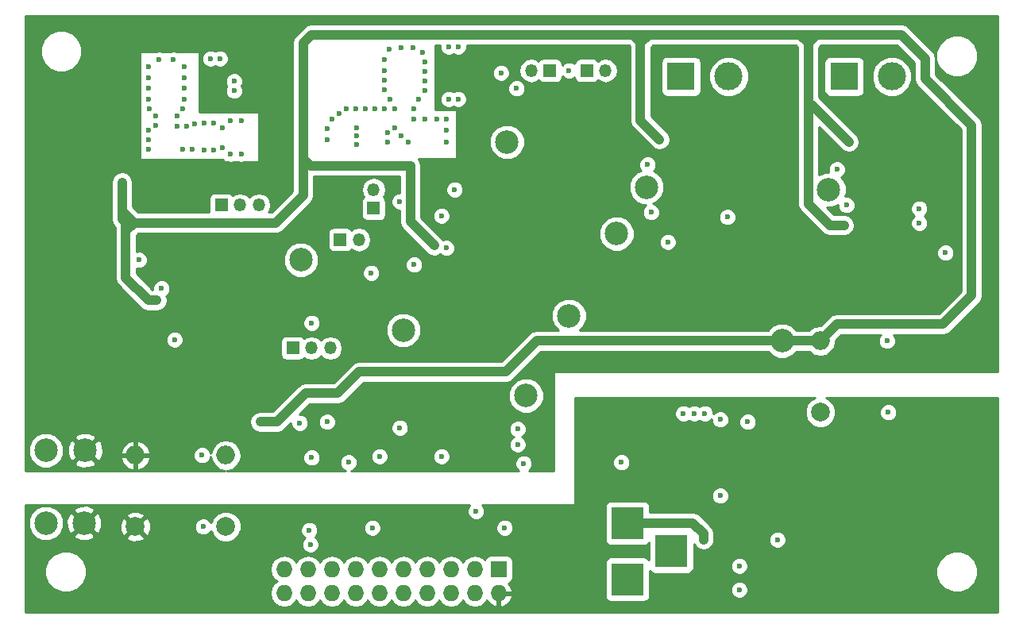
<source format=gbr>
G04 #@! TF.FileFunction,Copper,L3,Inr,Plane*
%FSLAX46Y46*%
G04 Gerber Fmt 4.6, Leading zero omitted, Abs format (unit mm)*
G04 Created by KiCad (PCBNEW 4.0.2+e4-6225~38~ubuntu14.04.1-stable) date sáb 17 nov 2018 11:22:13 ART*
%MOMM*%
G01*
G04 APERTURE LIST*
%ADD10C,0.100000*%
%ADD11R,1.350000X1.350000*%
%ADD12O,1.350000X1.350000*%
%ADD13R,3.500000X3.500000*%
%ADD14C,2.000000*%
%ADD15O,2.000000X2.000000*%
%ADD16R,3.000000X3.000000*%
%ADD17C,3.000000*%
%ADD18R,1.727200X1.727200*%
%ADD19O,1.727200X1.727200*%
%ADD20C,2.499360*%
%ADD21C,0.600000*%
%ADD22C,1.000000*%
%ADD23C,0.254000*%
G04 APERTURE END LIST*
D10*
D11*
X122809000Y-66262000D03*
D12*
X122809000Y-64262000D03*
D11*
X119253000Y-69596000D03*
D12*
X121253000Y-69596000D03*
D13*
X149860000Y-99822000D03*
X149860000Y-105822000D03*
X154560000Y-102822000D03*
D14*
X97409000Y-100203000D03*
D15*
X97409000Y-92583000D03*
D14*
X170434000Y-88011000D03*
D15*
X170434000Y-80391000D03*
D16*
X155575000Y-52197000D03*
D17*
X160655000Y-52197000D03*
D16*
X172974000Y-52197000D03*
D17*
X178054000Y-52197000D03*
D11*
X106585000Y-65913000D03*
D12*
X108585000Y-65913000D03*
X110585000Y-65913000D03*
D14*
X107061000Y-100203000D03*
D15*
X107061000Y-92583000D03*
D11*
X114205000Y-81153000D03*
D12*
X116205000Y-81153000D03*
X118205000Y-81153000D03*
D18*
X136144000Y-104775000D03*
D19*
X136144000Y-107315000D03*
X133604000Y-104775000D03*
X133604000Y-107315000D03*
X131064000Y-104775000D03*
X131064000Y-107315000D03*
X128524000Y-104775000D03*
X128524000Y-107315000D03*
X125984000Y-104775000D03*
X125984000Y-107315000D03*
X123444000Y-104775000D03*
X123444000Y-107315000D03*
X120904000Y-104775000D03*
X120904000Y-107315000D03*
X118364000Y-104775000D03*
X118364000Y-107315000D03*
X115824000Y-104775000D03*
X115824000Y-107315000D03*
X113284000Y-104775000D03*
X113284000Y-107315000D03*
D20*
X137033000Y-59182000D03*
X148717000Y-68961000D03*
X171323000Y-64262000D03*
X125984000Y-79248000D03*
X139065000Y-86233000D03*
X115062000Y-71755000D03*
X143637000Y-77724000D03*
D11*
X145542000Y-51562000D03*
D12*
X147542000Y-51562000D03*
D11*
X141605000Y-51562000D03*
D12*
X139605000Y-51562000D03*
D20*
X151892000Y-64008000D03*
X166370000Y-80391000D03*
X91948000Y-99822000D03*
X92075000Y-92075000D03*
X87884000Y-99822000D03*
X87884000Y-92075000D03*
D21*
X116205000Y-92837000D03*
X130556000Y-70485000D03*
X127127000Y-72263000D03*
X183769000Y-70993000D03*
X136398000Y-51816000D03*
X131826000Y-54610000D03*
X130810000Y-54610000D03*
X131826000Y-49022000D03*
X130810000Y-49022000D03*
X106426000Y-50292000D03*
X105410000Y-50292000D03*
X107950000Y-53721000D03*
X107950000Y-52705000D03*
X180975000Y-66294000D03*
X152019000Y-61595000D03*
X131445000Y-64262000D03*
X130048000Y-67056000D03*
X125603000Y-65532000D03*
X117856000Y-89027000D03*
X177546000Y-80391000D03*
X138811000Y-93472000D03*
X138176000Y-91440000D03*
X138176000Y-89789000D03*
X123444000Y-92710000D03*
X130048000Y-92710000D03*
X104521000Y-92583000D03*
X172212000Y-62103000D03*
X180975000Y-67818000D03*
X160528000Y-67183000D03*
X154178000Y-69850000D03*
X165862000Y-101600000D03*
X136779000Y-100330000D03*
X161798000Y-104394000D03*
X161798000Y-106934000D03*
X159766000Y-96901000D03*
X156972000Y-88138000D03*
X158115000Y-88138000D03*
X155829000Y-88138000D03*
X149225000Y-93345000D03*
X162687000Y-89027000D03*
X159766000Y-88773000D03*
X177673000Y-88011000D03*
X133731000Y-98552000D03*
X122682000Y-100330000D03*
X104648000Y-100203000D03*
X157988000Y-101600000D03*
X153289000Y-94234000D03*
X157480000Y-94234000D03*
X156083000Y-94234000D03*
X154686000Y-94234000D03*
X157480000Y-92964000D03*
X156083000Y-92964000D03*
X154686000Y-92964000D03*
X169418000Y-104394000D03*
X112268000Y-101346000D03*
X135255000Y-100330000D03*
X131224261Y-100711000D03*
X97790000Y-71755000D03*
X100203000Y-74803000D03*
X107188000Y-88519000D03*
X119380000Y-89027000D03*
X176784000Y-66675000D03*
X168021000Y-71882000D03*
X161925000Y-67183000D03*
X131191000Y-93726000D03*
X135255000Y-88392000D03*
X132207000Y-87757000D03*
X117602000Y-83058000D03*
X100711000Y-63627000D03*
X133604000Y-62865000D03*
X133096000Y-79375000D03*
X108712000Y-72263000D03*
X173482000Y-59182000D03*
X153289000Y-58928000D03*
X99695000Y-76073000D03*
X110744000Y-89027000D03*
X172974000Y-68072000D03*
X126746000Y-61722000D03*
X96012000Y-63500000D03*
X129286000Y-70231000D03*
X130556000Y-57912000D03*
X125730000Y-58547000D03*
X125095000Y-57658000D03*
X127000000Y-49149000D03*
X125730000Y-49149000D03*
X124460000Y-49276000D03*
X127127000Y-56769000D03*
X125095000Y-55626000D03*
X127635000Y-54610000D03*
X128270000Y-53721000D03*
X121031000Y-57658000D03*
X121031000Y-58547000D03*
X124333000Y-59182000D03*
X124333000Y-58166000D03*
X128270000Y-50673000D03*
X128016000Y-49657000D03*
X123952000Y-51562000D03*
X123952000Y-53594000D03*
X123952000Y-50419000D03*
X123952000Y-52578000D03*
X124587000Y-54610000D03*
X122936000Y-55626000D03*
X123952000Y-55626000D03*
X120904000Y-55626000D03*
X119126000Y-56134000D03*
X121920000Y-55626000D03*
X119888000Y-55626000D03*
X118364000Y-56769000D03*
X121031000Y-59436000D03*
X117856000Y-57785000D03*
X117856000Y-58928000D03*
X128270000Y-52705000D03*
X128270000Y-51689000D03*
X129540000Y-56769000D03*
X130556000Y-59182000D03*
X130556000Y-56769000D03*
X128270000Y-56769000D03*
X127127000Y-55626000D03*
X126492000Y-59182000D03*
X104775000Y-60071000D03*
X105791000Y-60071000D03*
X101854000Y-56388000D03*
X103759000Y-57277000D03*
X102870000Y-57531000D03*
X101854000Y-57531000D03*
X102489000Y-55626000D03*
X102616000Y-54610000D03*
X102616000Y-53467000D03*
X102616000Y-52324000D03*
X102616000Y-51181000D03*
X101473000Y-50419000D03*
X99949000Y-50419000D03*
X98806000Y-51181000D03*
X98806000Y-52324000D03*
X98806000Y-53467000D03*
X106680000Y-59817000D03*
X107569000Y-60452000D03*
X108712000Y-60452000D03*
X108712000Y-56896000D03*
X107569000Y-56896000D03*
X103505000Y-59944000D03*
X102489000Y-59944000D03*
X98806000Y-59944000D03*
X106680000Y-57658000D03*
X105791000Y-57150000D03*
X104775000Y-57150000D03*
X98806000Y-54610000D03*
X98933000Y-55626000D03*
X99568000Y-56388000D03*
X99568000Y-57404000D03*
X98806000Y-57912000D03*
X98806000Y-58928000D03*
X101600000Y-80264000D03*
X116205000Y-78486000D03*
X125603000Y-89662000D03*
X120142000Y-93345000D03*
X114935000Y-89154000D03*
X173228000Y-65913000D03*
X152400000Y-66675000D03*
X122555000Y-73152000D03*
X143637000Y-51562000D03*
X138049000Y-53467000D03*
X138049000Y-53467000D03*
X115951000Y-100584000D03*
X116078000Y-102108000D03*
D22*
X156845000Y-99822000D02*
X157988000Y-100965000D01*
X157988000Y-100965000D02*
X157988000Y-101600000D01*
X149860000Y-99822000D02*
X156845000Y-99822000D01*
X166370000Y-80391000D02*
X140208000Y-80391000D01*
X140208000Y-80391000D02*
X136906000Y-83693000D01*
X136906000Y-83693000D02*
X121285000Y-83693000D01*
X121285000Y-83693000D02*
X118999000Y-85979000D01*
X118999000Y-85979000D02*
X115570000Y-85979000D01*
X115570000Y-85979000D02*
X112522000Y-89027000D01*
X112522000Y-89027000D02*
X110744000Y-89027000D01*
X170434000Y-80391000D02*
X166370000Y-80391000D01*
X97409000Y-67818000D02*
X112395000Y-67818000D01*
X115316000Y-62992000D02*
X115316000Y-60960000D01*
X112395000Y-67818000D02*
X115316000Y-64897000D01*
X115316000Y-64897000D02*
X115316000Y-62992000D01*
X96012000Y-66802000D02*
X96012000Y-67437000D01*
X96012000Y-63500000D02*
X96012000Y-66802000D01*
X96012000Y-66802000D02*
X96266000Y-66802000D01*
X96266000Y-66802000D02*
X97282000Y-67818000D01*
X96012000Y-67437000D02*
X96393000Y-67818000D01*
X97409000Y-67818000D02*
X96393000Y-67818000D01*
X96393000Y-67818000D02*
X96393000Y-68707000D01*
X96393000Y-68707000D02*
X96393000Y-73660000D01*
X97409000Y-67818000D02*
X97282000Y-67818000D01*
X97282000Y-67818000D02*
X96393000Y-68707000D01*
X98806000Y-76073000D02*
X96393000Y-73660000D01*
X115316000Y-60960000D02*
X115316000Y-48641000D01*
X115316000Y-48641000D02*
X116205000Y-47752000D01*
X116205000Y-47752000D02*
X150495000Y-47752000D01*
X99695000Y-76073000D02*
X98806000Y-76073000D01*
X186563000Y-57404000D02*
X186563000Y-75565000D01*
X181610000Y-52451000D02*
X186563000Y-57404000D01*
X181610000Y-50292000D02*
X181610000Y-52451000D01*
X170053000Y-47752000D02*
X179070000Y-47752000D01*
X179070000Y-47752000D02*
X181610000Y-50292000D01*
X186563000Y-75565000D02*
X183515000Y-78613000D01*
X183515000Y-78613000D02*
X172212000Y-78613000D01*
X172212000Y-78613000D02*
X170434000Y-80391000D01*
X169164000Y-65786000D02*
X169164000Y-55245000D01*
X169164000Y-55245000D02*
X169164000Y-53340000D01*
X173482000Y-59182000D02*
X169545000Y-55245000D01*
X169545000Y-55245000D02*
X169164000Y-55245000D01*
X151257000Y-47752000D02*
X152146000Y-47752000D01*
X152146000Y-47752000D02*
X168275000Y-47752000D01*
X151257000Y-48641000D02*
X152146000Y-47752000D01*
X151257000Y-48641000D02*
X151257000Y-47752000D01*
X151257000Y-56896000D02*
X151257000Y-48641000D01*
X151257000Y-48641000D02*
X151257000Y-48514000D01*
X150495000Y-47752000D02*
X151257000Y-47752000D01*
X151257000Y-48514000D02*
X150495000Y-47752000D01*
X169037000Y-47752000D02*
X170053000Y-47752000D01*
X169164000Y-48641000D02*
X170053000Y-47752000D01*
X169164000Y-48641000D02*
X169164000Y-47879000D01*
X169164000Y-53340000D02*
X169164000Y-48641000D01*
X168275000Y-47752000D02*
X169037000Y-47752000D01*
X169164000Y-48641000D02*
X168275000Y-47752000D01*
X172974000Y-68072000D02*
X171450000Y-68072000D01*
X171450000Y-68072000D02*
X169164000Y-65786000D01*
X169164000Y-47879000D02*
X169037000Y-47752000D01*
X153289000Y-58928000D02*
X151257000Y-56896000D01*
X129286000Y-70231000D02*
X126746000Y-67691000D01*
X126746000Y-67691000D02*
X126746000Y-61722000D01*
X115316000Y-60960000D02*
X116078000Y-61722000D01*
X116078000Y-61722000D02*
X126746000Y-61722000D01*
D23*
G36*
X189290000Y-83693000D02*
X142113000Y-83693000D01*
X142063590Y-83703006D01*
X142021965Y-83731447D01*
X141994685Y-83773841D01*
X141986000Y-83820000D01*
X141986000Y-94234000D01*
X139371114Y-94234000D01*
X139603192Y-94002327D01*
X139745838Y-93658799D01*
X139746162Y-93286833D01*
X139604117Y-92943057D01*
X139341327Y-92679808D01*
X138997799Y-92537162D01*
X138625833Y-92536838D01*
X138282057Y-92678883D01*
X138018808Y-92941673D01*
X137876162Y-93285201D01*
X137875838Y-93657167D01*
X138017883Y-94000943D01*
X138250534Y-94234000D01*
X120438888Y-94234000D01*
X120670943Y-94138117D01*
X120934192Y-93875327D01*
X121076838Y-93531799D01*
X121077162Y-93159833D01*
X120967805Y-92895167D01*
X122508838Y-92895167D01*
X122650883Y-93238943D01*
X122913673Y-93502192D01*
X123257201Y-93644838D01*
X123629167Y-93645162D01*
X123972943Y-93503117D01*
X124236192Y-93240327D01*
X124378838Y-92896799D01*
X124378839Y-92895167D01*
X129112838Y-92895167D01*
X129254883Y-93238943D01*
X129517673Y-93502192D01*
X129861201Y-93644838D01*
X130233167Y-93645162D01*
X130576943Y-93503117D01*
X130840192Y-93240327D01*
X130982838Y-92896799D01*
X130983162Y-92524833D01*
X130841117Y-92181057D01*
X130578327Y-91917808D01*
X130234799Y-91775162D01*
X129862833Y-91774838D01*
X129519057Y-91916883D01*
X129255808Y-92179673D01*
X129113162Y-92523201D01*
X129112838Y-92895167D01*
X124378839Y-92895167D01*
X124379162Y-92524833D01*
X124237117Y-92181057D01*
X123974327Y-91917808D01*
X123630799Y-91775162D01*
X123258833Y-91774838D01*
X122915057Y-91916883D01*
X122651808Y-92179673D01*
X122509162Y-92523201D01*
X122508838Y-92895167D01*
X120967805Y-92895167D01*
X120935117Y-92816057D01*
X120672327Y-92552808D01*
X120328799Y-92410162D01*
X119956833Y-92409838D01*
X119613057Y-92551883D01*
X119349808Y-92814673D01*
X119207162Y-93158201D01*
X119206838Y-93530167D01*
X119348883Y-93873943D01*
X119611673Y-94137192D01*
X119844811Y-94234000D01*
X107141598Y-94234000D01*
X107686687Y-94125575D01*
X108217120Y-93771152D01*
X108571543Y-93240719D01*
X108615015Y-93022167D01*
X115269838Y-93022167D01*
X115411883Y-93365943D01*
X115674673Y-93629192D01*
X116018201Y-93771838D01*
X116390167Y-93772162D01*
X116733943Y-93630117D01*
X116997192Y-93367327D01*
X117139838Y-93023799D01*
X117140162Y-92651833D01*
X116998117Y-92308057D01*
X116735327Y-92044808D01*
X116391799Y-91902162D01*
X116019833Y-91901838D01*
X115676057Y-92043883D01*
X115412808Y-92306673D01*
X115270162Y-92650201D01*
X115269838Y-93022167D01*
X108615015Y-93022167D01*
X108696000Y-92615032D01*
X108696000Y-92550968D01*
X108571543Y-91925281D01*
X108217120Y-91394848D01*
X107686687Y-91040425D01*
X107061000Y-90915968D01*
X106435313Y-91040425D01*
X105904880Y-91394848D01*
X105550457Y-91925281D01*
X105456161Y-92399340D01*
X105456162Y-92397833D01*
X105314117Y-92054057D01*
X105051327Y-91790808D01*
X104707799Y-91648162D01*
X104335833Y-91647838D01*
X103992057Y-91789883D01*
X103728808Y-92052673D01*
X103586162Y-92396201D01*
X103585838Y-92768167D01*
X103727883Y-93111943D01*
X103990673Y-93375192D01*
X104334201Y-93517838D01*
X104706167Y-93518162D01*
X105049943Y-93376117D01*
X105313192Y-93113327D01*
X105455838Y-92769799D01*
X105455842Y-92765058D01*
X105550457Y-93240719D01*
X105904880Y-93771152D01*
X106435313Y-94125575D01*
X106980402Y-94234000D01*
X85710000Y-94234000D01*
X85710000Y-92448241D01*
X85998994Y-92448241D01*
X86285314Y-93141191D01*
X86815021Y-93671822D01*
X87507469Y-93959352D01*
X88257241Y-93960006D01*
X88950191Y-93673686D01*
X89216251Y-93408089D01*
X90921517Y-93408089D01*
X91050725Y-93700859D01*
X91750883Y-93969071D01*
X92500384Y-93948928D01*
X93099275Y-93700859D01*
X93228483Y-93408089D01*
X92075000Y-92254605D01*
X90921517Y-93408089D01*
X89216251Y-93408089D01*
X89480822Y-93143979D01*
X89768352Y-92451531D01*
X89768963Y-91750883D01*
X90180929Y-91750883D01*
X90201072Y-92500384D01*
X90449141Y-93099275D01*
X90741911Y-93228483D01*
X91895395Y-92075000D01*
X92254605Y-92075000D01*
X93408089Y-93228483D01*
X93700859Y-93099275D01*
X93752895Y-92963435D01*
X95818867Y-92963435D01*
X96085495Y-93542994D01*
X96553615Y-93976402D01*
X97028566Y-94173124D01*
X97282000Y-94053777D01*
X97282000Y-92710000D01*
X97536000Y-92710000D01*
X97536000Y-94053777D01*
X97789434Y-94173124D01*
X98264385Y-93976402D01*
X98732505Y-93542994D01*
X98999133Y-92963435D01*
X98880319Y-92710000D01*
X97536000Y-92710000D01*
X97282000Y-92710000D01*
X95937681Y-92710000D01*
X95818867Y-92963435D01*
X93752895Y-92963435D01*
X93969071Y-92399117D01*
X93963789Y-92202565D01*
X95818867Y-92202565D01*
X95937681Y-92456000D01*
X97282000Y-92456000D01*
X97282000Y-91112223D01*
X97536000Y-91112223D01*
X97536000Y-92456000D01*
X98880319Y-92456000D01*
X98999133Y-92202565D01*
X98732505Y-91623006D01*
X98264385Y-91189598D01*
X97789434Y-90992876D01*
X97536000Y-91112223D01*
X97282000Y-91112223D01*
X97028566Y-90992876D01*
X96553615Y-91189598D01*
X96085495Y-91623006D01*
X95818867Y-92202565D01*
X93963789Y-92202565D01*
X93948928Y-91649616D01*
X93700859Y-91050725D01*
X93408089Y-90921517D01*
X92254605Y-92075000D01*
X91895395Y-92075000D01*
X90741911Y-90921517D01*
X90449141Y-91050725D01*
X90180929Y-91750883D01*
X89768963Y-91750883D01*
X89769006Y-91701759D01*
X89482686Y-91008809D01*
X89216253Y-90741911D01*
X90921517Y-90741911D01*
X92075000Y-91895395D01*
X93228483Y-90741911D01*
X93099275Y-90449141D01*
X92399117Y-90180929D01*
X91649616Y-90201072D01*
X91050725Y-90449141D01*
X90921517Y-90741911D01*
X89216253Y-90741911D01*
X88952979Y-90478178D01*
X88260531Y-90190648D01*
X87510759Y-90189994D01*
X86817809Y-90476314D01*
X86287178Y-91006021D01*
X85999648Y-91698469D01*
X85998994Y-92448241D01*
X85710000Y-92448241D01*
X85710000Y-80449167D01*
X100664838Y-80449167D01*
X100806883Y-80792943D01*
X101069673Y-81056192D01*
X101413201Y-81198838D01*
X101785167Y-81199162D01*
X102128943Y-81057117D01*
X102392192Y-80794327D01*
X102523543Y-80478000D01*
X112882560Y-80478000D01*
X112882560Y-81828000D01*
X112926838Y-82063317D01*
X113065910Y-82279441D01*
X113278110Y-82424431D01*
X113530000Y-82475440D01*
X114880000Y-82475440D01*
X115115317Y-82431162D01*
X115331441Y-82292090D01*
X115402683Y-82187823D01*
X115703685Y-82388946D01*
X116205000Y-82488664D01*
X116706315Y-82388946D01*
X117131310Y-82104974D01*
X117205000Y-81994689D01*
X117278690Y-82104974D01*
X117703685Y-82388946D01*
X118205000Y-82488664D01*
X118706315Y-82388946D01*
X119131310Y-82104974D01*
X119415282Y-81679979D01*
X119515000Y-81178664D01*
X119515000Y-81127336D01*
X119415282Y-80626021D01*
X119131310Y-80201026D01*
X118706315Y-79917054D01*
X118205000Y-79817336D01*
X117703685Y-79917054D01*
X117278690Y-80201026D01*
X117205000Y-80311311D01*
X117131310Y-80201026D01*
X116706315Y-79917054D01*
X116205000Y-79817336D01*
X115703685Y-79917054D01*
X115402936Y-80118008D01*
X115344090Y-80026559D01*
X115131890Y-79881569D01*
X114880000Y-79830560D01*
X113530000Y-79830560D01*
X113294683Y-79874838D01*
X113078559Y-80013910D01*
X112933569Y-80226110D01*
X112882560Y-80478000D01*
X102523543Y-80478000D01*
X102534838Y-80450799D01*
X102535162Y-80078833D01*
X102393117Y-79735057D01*
X102279500Y-79621241D01*
X124098994Y-79621241D01*
X124385314Y-80314191D01*
X124915021Y-80844822D01*
X125607469Y-81132352D01*
X126357241Y-81133006D01*
X127050191Y-80846686D01*
X127580822Y-80316979D01*
X127868352Y-79624531D01*
X127869006Y-78874759D01*
X127582686Y-78181809D01*
X127052979Y-77651178D01*
X126360531Y-77363648D01*
X125610759Y-77362994D01*
X124917809Y-77649314D01*
X124387178Y-78179021D01*
X124099648Y-78871469D01*
X124098994Y-79621241D01*
X102279500Y-79621241D01*
X102130327Y-79471808D01*
X101786799Y-79329162D01*
X101414833Y-79328838D01*
X101071057Y-79470883D01*
X100807808Y-79733673D01*
X100665162Y-80077201D01*
X100664838Y-80449167D01*
X85710000Y-80449167D01*
X85710000Y-78671167D01*
X115269838Y-78671167D01*
X115411883Y-79014943D01*
X115674673Y-79278192D01*
X116018201Y-79420838D01*
X116390167Y-79421162D01*
X116733943Y-79279117D01*
X116997192Y-79016327D01*
X117139838Y-78672799D01*
X117140162Y-78300833D01*
X116998117Y-77957057D01*
X116735327Y-77693808D01*
X116391799Y-77551162D01*
X116019833Y-77550838D01*
X115676057Y-77692883D01*
X115412808Y-77955673D01*
X115270162Y-78299201D01*
X115269838Y-78671167D01*
X85710000Y-78671167D01*
X85710000Y-63500000D01*
X94877000Y-63500000D01*
X94877000Y-67437000D01*
X94963397Y-67871346D01*
X95133114Y-68125345D01*
X95209434Y-68239566D01*
X95258000Y-68288132D01*
X95258000Y-73660000D01*
X95344397Y-74094346D01*
X95568674Y-74430000D01*
X95590434Y-74462566D01*
X98003434Y-76875566D01*
X98371654Y-77121603D01*
X98806000Y-77208000D01*
X99695000Y-77208000D01*
X100129346Y-77121603D01*
X100497566Y-76875566D01*
X100743603Y-76507346D01*
X100830000Y-76073000D01*
X100743603Y-75638654D01*
X100718807Y-75601545D01*
X100731943Y-75596117D01*
X100995192Y-75333327D01*
X101137838Y-74989799D01*
X101138162Y-74617833D01*
X100996117Y-74274057D01*
X100733327Y-74010808D01*
X100389799Y-73868162D01*
X100017833Y-73867838D01*
X99674057Y-74009883D01*
X99410808Y-74272673D01*
X99268162Y-74616201D01*
X99267889Y-74929757D01*
X97528000Y-73189868D01*
X97528000Y-72658612D01*
X97603201Y-72689838D01*
X97975167Y-72690162D01*
X98318943Y-72548117D01*
X98582192Y-72285327D01*
X98647420Y-72128241D01*
X113176994Y-72128241D01*
X113463314Y-72821191D01*
X113993021Y-73351822D01*
X114685469Y-73639352D01*
X115435241Y-73640006D01*
X116128191Y-73353686D01*
X116144738Y-73337167D01*
X121619838Y-73337167D01*
X121761883Y-73680943D01*
X122024673Y-73944192D01*
X122368201Y-74086838D01*
X122740167Y-74087162D01*
X123083943Y-73945117D01*
X123347192Y-73682327D01*
X123489838Y-73338799D01*
X123490162Y-72966833D01*
X123348117Y-72623057D01*
X123173532Y-72448167D01*
X126191838Y-72448167D01*
X126333883Y-72791943D01*
X126596673Y-73055192D01*
X126940201Y-73197838D01*
X127312167Y-73198162D01*
X127655943Y-73056117D01*
X127919192Y-72793327D01*
X128061838Y-72449799D01*
X128062162Y-72077833D01*
X127920117Y-71734057D01*
X127657327Y-71470808D01*
X127313799Y-71328162D01*
X126941833Y-71327838D01*
X126598057Y-71469883D01*
X126334808Y-71732673D01*
X126192162Y-72076201D01*
X126191838Y-72448167D01*
X123173532Y-72448167D01*
X123085327Y-72359808D01*
X122741799Y-72217162D01*
X122369833Y-72216838D01*
X122026057Y-72358883D01*
X121762808Y-72621673D01*
X121620162Y-72965201D01*
X121619838Y-73337167D01*
X116144738Y-73337167D01*
X116658822Y-72823979D01*
X116946352Y-72131531D01*
X116947006Y-71381759D01*
X116660686Y-70688809D01*
X116130979Y-70158178D01*
X115438531Y-69870648D01*
X114688759Y-69869994D01*
X113995809Y-70156314D01*
X113465178Y-70686021D01*
X113177648Y-71378469D01*
X113176994Y-72128241D01*
X98647420Y-72128241D01*
X98724838Y-71941799D01*
X98725162Y-71569833D01*
X98583117Y-71226057D01*
X98320327Y-70962808D01*
X97976799Y-70820162D01*
X97604833Y-70819838D01*
X97528000Y-70851585D01*
X97528000Y-69177132D01*
X97752132Y-68953000D01*
X112395000Y-68953000D01*
X112555874Y-68921000D01*
X117930560Y-68921000D01*
X117930560Y-70271000D01*
X117974838Y-70506317D01*
X118113910Y-70722441D01*
X118326110Y-70867431D01*
X118578000Y-70918440D01*
X119928000Y-70918440D01*
X120163317Y-70874162D01*
X120379441Y-70735090D01*
X120450683Y-70630823D01*
X120751685Y-70831946D01*
X121253000Y-70931664D01*
X121754315Y-70831946D01*
X122179310Y-70547974D01*
X122463282Y-70122979D01*
X122563000Y-69621664D01*
X122563000Y-69570336D01*
X122463282Y-69069021D01*
X122179310Y-68644026D01*
X121754315Y-68360054D01*
X121253000Y-68260336D01*
X120751685Y-68360054D01*
X120450936Y-68561008D01*
X120392090Y-68469559D01*
X120179890Y-68324569D01*
X119928000Y-68273560D01*
X118578000Y-68273560D01*
X118342683Y-68317838D01*
X118126559Y-68456910D01*
X117981569Y-68669110D01*
X117930560Y-68921000D01*
X112555874Y-68921000D01*
X112829346Y-68866603D01*
X113197566Y-68620566D01*
X116118566Y-65699566D01*
X116203803Y-65572000D01*
X116364603Y-65331346D01*
X116451000Y-64897000D01*
X116451000Y-64262000D01*
X121473336Y-64262000D01*
X121573054Y-64763315D01*
X121774008Y-65064064D01*
X121682559Y-65122910D01*
X121537569Y-65335110D01*
X121486560Y-65587000D01*
X121486560Y-66937000D01*
X121530838Y-67172317D01*
X121669910Y-67388441D01*
X121882110Y-67533431D01*
X122134000Y-67584440D01*
X123484000Y-67584440D01*
X123719317Y-67540162D01*
X123935441Y-67401090D01*
X124080431Y-67188890D01*
X124131440Y-66937000D01*
X124131440Y-65587000D01*
X124087162Y-65351683D01*
X123948090Y-65135559D01*
X123843823Y-65064317D01*
X124044946Y-64763315D01*
X124144664Y-64262000D01*
X124044946Y-63760685D01*
X123760974Y-63335690D01*
X123335979Y-63051718D01*
X122834664Y-62952000D01*
X122783336Y-62952000D01*
X122282021Y-63051718D01*
X121857026Y-63335690D01*
X121573054Y-63760685D01*
X121473336Y-64262000D01*
X116451000Y-64262000D01*
X116451000Y-62857000D01*
X125611000Y-62857000D01*
X125611000Y-64597006D01*
X125417833Y-64596838D01*
X125074057Y-64738883D01*
X124810808Y-65001673D01*
X124668162Y-65345201D01*
X124667838Y-65717167D01*
X124809883Y-66060943D01*
X125072673Y-66324192D01*
X125416201Y-66466838D01*
X125611000Y-66467008D01*
X125611000Y-67691000D01*
X125697397Y-68125346D01*
X125854224Y-68360054D01*
X125943434Y-68493566D01*
X128483433Y-71033566D01*
X128851654Y-71279603D01*
X129286000Y-71365999D01*
X129720345Y-71279603D01*
X129904948Y-71156256D01*
X130025673Y-71277192D01*
X130369201Y-71419838D01*
X130741167Y-71420162D01*
X131084943Y-71278117D01*
X131185067Y-71178167D01*
X182833838Y-71178167D01*
X182975883Y-71521943D01*
X183238673Y-71785192D01*
X183582201Y-71927838D01*
X183954167Y-71928162D01*
X184297943Y-71786117D01*
X184561192Y-71523327D01*
X184703838Y-71179799D01*
X184704162Y-70807833D01*
X184562117Y-70464057D01*
X184299327Y-70200808D01*
X183955799Y-70058162D01*
X183583833Y-70057838D01*
X183240057Y-70199883D01*
X182976808Y-70462673D01*
X182834162Y-70806201D01*
X182833838Y-71178167D01*
X131185067Y-71178167D01*
X131348192Y-71015327D01*
X131490838Y-70671799D01*
X131491162Y-70299833D01*
X131349117Y-69956057D01*
X131086327Y-69692808D01*
X130742799Y-69550162D01*
X130370833Y-69549838D01*
X130213205Y-69614968D01*
X130088566Y-69428433D01*
X129994374Y-69334241D01*
X146831994Y-69334241D01*
X147118314Y-70027191D01*
X147648021Y-70557822D01*
X148340469Y-70845352D01*
X149090241Y-70846006D01*
X149783191Y-70559686D01*
X150308624Y-70035167D01*
X153242838Y-70035167D01*
X153384883Y-70378943D01*
X153647673Y-70642192D01*
X153991201Y-70784838D01*
X154363167Y-70785162D01*
X154706943Y-70643117D01*
X154970192Y-70380327D01*
X155112838Y-70036799D01*
X155113162Y-69664833D01*
X154971117Y-69321057D01*
X154708327Y-69057808D01*
X154364799Y-68915162D01*
X153992833Y-68914838D01*
X153649057Y-69056883D01*
X153385808Y-69319673D01*
X153243162Y-69663201D01*
X153242838Y-70035167D01*
X150308624Y-70035167D01*
X150313822Y-70029979D01*
X150601352Y-69337531D01*
X150602006Y-68587759D01*
X150315686Y-67894809D01*
X149785979Y-67364178D01*
X149093531Y-67076648D01*
X148343759Y-67075994D01*
X147650809Y-67362314D01*
X147120178Y-67892021D01*
X146832648Y-68584469D01*
X146831994Y-69334241D01*
X129994374Y-69334241D01*
X127901300Y-67241167D01*
X129112838Y-67241167D01*
X129254883Y-67584943D01*
X129517673Y-67848192D01*
X129861201Y-67990838D01*
X130233167Y-67991162D01*
X130576943Y-67849117D01*
X130840192Y-67586327D01*
X130982838Y-67242799D01*
X130983162Y-66870833D01*
X130841117Y-66527057D01*
X130578327Y-66263808D01*
X130234799Y-66121162D01*
X129862833Y-66120838D01*
X129519057Y-66262883D01*
X129255808Y-66525673D01*
X129113162Y-66869201D01*
X129112838Y-67241167D01*
X127901300Y-67241167D01*
X127881000Y-67220868D01*
X127881000Y-64447167D01*
X130509838Y-64447167D01*
X130651883Y-64790943D01*
X130914673Y-65054192D01*
X131258201Y-65196838D01*
X131630167Y-65197162D01*
X131973943Y-65055117D01*
X132237192Y-64792327D01*
X132379838Y-64448799D01*
X132379896Y-64381241D01*
X150006994Y-64381241D01*
X150293314Y-65074191D01*
X150823021Y-65604822D01*
X151515469Y-65892352D01*
X151860268Y-65892653D01*
X151607808Y-66144673D01*
X151465162Y-66488201D01*
X151464838Y-66860167D01*
X151606883Y-67203943D01*
X151869673Y-67467192D01*
X152213201Y-67609838D01*
X152585167Y-67610162D01*
X152928943Y-67468117D01*
X153029067Y-67368167D01*
X159592838Y-67368167D01*
X159734883Y-67711943D01*
X159997673Y-67975192D01*
X160341201Y-68117838D01*
X160713167Y-68118162D01*
X161056943Y-67976117D01*
X161320192Y-67713327D01*
X161462838Y-67369799D01*
X161463162Y-66997833D01*
X161321117Y-66654057D01*
X161058327Y-66390808D01*
X160714799Y-66248162D01*
X160342833Y-66247838D01*
X159999057Y-66389883D01*
X159735808Y-66652673D01*
X159593162Y-66996201D01*
X159592838Y-67368167D01*
X153029067Y-67368167D01*
X153192192Y-67205327D01*
X153334838Y-66861799D01*
X153335162Y-66489833D01*
X153193117Y-66146057D01*
X152930327Y-65882808D01*
X152610916Y-65750176D01*
X152958191Y-65606686D01*
X153488822Y-65076979D01*
X153776352Y-64384531D01*
X153777006Y-63634759D01*
X153490686Y-62941809D01*
X152960979Y-62411178D01*
X152652964Y-62283279D01*
X152811192Y-62125327D01*
X152953838Y-61781799D01*
X152954162Y-61409833D01*
X152812117Y-61066057D01*
X152549327Y-60802808D01*
X152205799Y-60660162D01*
X151833833Y-60659838D01*
X151490057Y-60801883D01*
X151226808Y-61064673D01*
X151084162Y-61408201D01*
X151083838Y-61780167D01*
X151225883Y-62123943D01*
X151310738Y-62208946D01*
X150825809Y-62409314D01*
X150295178Y-62939021D01*
X150007648Y-63631469D01*
X150006994Y-64381241D01*
X132379896Y-64381241D01*
X132380162Y-64076833D01*
X132238117Y-63733057D01*
X131975327Y-63469808D01*
X131631799Y-63327162D01*
X131259833Y-63326838D01*
X130916057Y-63468883D01*
X130652808Y-63731673D01*
X130510162Y-64075201D01*
X130509838Y-64447167D01*
X127881000Y-64447167D01*
X127881000Y-61722000D01*
X127794603Y-61287654D01*
X127575671Y-60960000D01*
X131572000Y-60960000D01*
X131618159Y-60951315D01*
X131660553Y-60924035D01*
X131688994Y-60882410D01*
X131699000Y-60833000D01*
X131699000Y-59555241D01*
X135147994Y-59555241D01*
X135434314Y-60248191D01*
X135964021Y-60778822D01*
X136656469Y-61066352D01*
X137406241Y-61067006D01*
X138099191Y-60780686D01*
X138629822Y-60250979D01*
X138917352Y-59558531D01*
X138918006Y-58808759D01*
X138631686Y-58115809D01*
X138101979Y-57585178D01*
X137409531Y-57297648D01*
X136659759Y-57296994D01*
X135966809Y-57583314D01*
X135436178Y-58113021D01*
X135148648Y-58805469D01*
X135147994Y-59555241D01*
X131699000Y-59555241D01*
X131699000Y-55880000D01*
X131690315Y-55833841D01*
X131663035Y-55791447D01*
X131621410Y-55763006D01*
X131572000Y-55753000D01*
X129413000Y-55753000D01*
X129413000Y-54795167D01*
X129874838Y-54795167D01*
X130016883Y-55138943D01*
X130279673Y-55402192D01*
X130623201Y-55544838D01*
X130995167Y-55545162D01*
X131318371Y-55411617D01*
X131639201Y-55544838D01*
X132011167Y-55545162D01*
X132354943Y-55403117D01*
X132618192Y-55140327D01*
X132760838Y-54796799D01*
X132761162Y-54424833D01*
X132619117Y-54081057D01*
X132356327Y-53817808D01*
X132012799Y-53675162D01*
X131640833Y-53674838D01*
X131317629Y-53808383D01*
X130996799Y-53675162D01*
X130624833Y-53674838D01*
X130281057Y-53816883D01*
X130017808Y-54079673D01*
X129875162Y-54423201D01*
X129874838Y-54795167D01*
X129413000Y-54795167D01*
X129413000Y-53652167D01*
X137113838Y-53652167D01*
X137255883Y-53995943D01*
X137518673Y-54259192D01*
X137862201Y-54401838D01*
X138234167Y-54402162D01*
X138577943Y-54260117D01*
X138841192Y-53997327D01*
X138983838Y-53653799D01*
X138984162Y-53281833D01*
X138842117Y-52938057D01*
X138579327Y-52674808D01*
X138235799Y-52532162D01*
X137863833Y-52531838D01*
X137520057Y-52673883D01*
X137256808Y-52936673D01*
X137114162Y-53280201D01*
X137113838Y-53652167D01*
X129413000Y-53652167D01*
X129413000Y-52001167D01*
X135462838Y-52001167D01*
X135604883Y-52344943D01*
X135867673Y-52608192D01*
X136211201Y-52750838D01*
X136583167Y-52751162D01*
X136926943Y-52609117D01*
X137190192Y-52346327D01*
X137332838Y-52002799D01*
X137333162Y-51630833D01*
X137294117Y-51536336D01*
X138295000Y-51536336D01*
X138295000Y-51587664D01*
X138394718Y-52088979D01*
X138678690Y-52513974D01*
X139103685Y-52797946D01*
X139605000Y-52897664D01*
X140106315Y-52797946D01*
X140407064Y-52596992D01*
X140465910Y-52688441D01*
X140678110Y-52833431D01*
X140930000Y-52884440D01*
X142280000Y-52884440D01*
X142515317Y-52840162D01*
X142731441Y-52701090D01*
X142876431Y-52488890D01*
X142927440Y-52237000D01*
X142927440Y-52174646D01*
X143106673Y-52354192D01*
X143450201Y-52496838D01*
X143822167Y-52497162D01*
X144165943Y-52355117D01*
X144229792Y-52291379D01*
X144263838Y-52472317D01*
X144402910Y-52688441D01*
X144615110Y-52833431D01*
X144867000Y-52884440D01*
X146217000Y-52884440D01*
X146452317Y-52840162D01*
X146668441Y-52701090D01*
X146739683Y-52596823D01*
X147040685Y-52797946D01*
X147542000Y-52897664D01*
X148043315Y-52797946D01*
X148468310Y-52513974D01*
X148752282Y-52088979D01*
X148852000Y-51587664D01*
X148852000Y-51536336D01*
X148752282Y-51035021D01*
X148468310Y-50610026D01*
X148043315Y-50326054D01*
X147542000Y-50226336D01*
X147040685Y-50326054D01*
X146739936Y-50527008D01*
X146681090Y-50435559D01*
X146468890Y-50290569D01*
X146217000Y-50239560D01*
X144867000Y-50239560D01*
X144631683Y-50283838D01*
X144415559Y-50422910D01*
X144270569Y-50635110D01*
X144230481Y-50833072D01*
X144167327Y-50769808D01*
X143823799Y-50627162D01*
X143451833Y-50626838D01*
X143108057Y-50768883D01*
X142927440Y-50949185D01*
X142927440Y-50887000D01*
X142883162Y-50651683D01*
X142744090Y-50435559D01*
X142531890Y-50290569D01*
X142280000Y-50239560D01*
X140930000Y-50239560D01*
X140694683Y-50283838D01*
X140478559Y-50422910D01*
X140407317Y-50527177D01*
X140106315Y-50326054D01*
X139605000Y-50226336D01*
X139103685Y-50326054D01*
X138678690Y-50610026D01*
X138394718Y-51035021D01*
X138295000Y-51536336D01*
X137294117Y-51536336D01*
X137191117Y-51287057D01*
X136928327Y-51023808D01*
X136584799Y-50881162D01*
X136212833Y-50880838D01*
X135869057Y-51022883D01*
X135605808Y-51285673D01*
X135463162Y-51629201D01*
X135462838Y-52001167D01*
X129413000Y-52001167D01*
X129413000Y-48887000D01*
X129875117Y-48887000D01*
X129874838Y-49207167D01*
X130016883Y-49550943D01*
X130279673Y-49814192D01*
X130623201Y-49956838D01*
X130995167Y-49957162D01*
X131318371Y-49823617D01*
X131639201Y-49956838D01*
X132011167Y-49957162D01*
X132354943Y-49815117D01*
X132618192Y-49552327D01*
X132760838Y-49208799D01*
X132761118Y-48887000D01*
X150024868Y-48887000D01*
X150122000Y-48984132D01*
X150122000Y-56896000D01*
X150208397Y-57330346D01*
X150387372Y-57598201D01*
X150454434Y-57698566D01*
X152486434Y-59730566D01*
X152854655Y-59976603D01*
X153289000Y-60063000D01*
X153723345Y-59976603D01*
X154091566Y-59730566D01*
X154337603Y-59362345D01*
X154424000Y-58928000D01*
X154337603Y-58493655D01*
X154091566Y-58125434D01*
X152392000Y-56425868D01*
X152392000Y-50697000D01*
X153427560Y-50697000D01*
X153427560Y-53697000D01*
X153471838Y-53932317D01*
X153610910Y-54148441D01*
X153823110Y-54293431D01*
X154075000Y-54344440D01*
X157075000Y-54344440D01*
X157310317Y-54300162D01*
X157526441Y-54161090D01*
X157671431Y-53948890D01*
X157722440Y-53697000D01*
X157722440Y-52619815D01*
X158519630Y-52619815D01*
X158843980Y-53404800D01*
X159444041Y-54005909D01*
X160228459Y-54331628D01*
X161077815Y-54332370D01*
X161862800Y-54008020D01*
X162463909Y-53407959D01*
X162789628Y-52623541D01*
X162790370Y-51774185D01*
X162466020Y-50989200D01*
X161865959Y-50388091D01*
X161081541Y-50062372D01*
X160232185Y-50061630D01*
X159447200Y-50385980D01*
X158846091Y-50986041D01*
X158520372Y-51770459D01*
X158519630Y-52619815D01*
X157722440Y-52619815D01*
X157722440Y-50697000D01*
X157678162Y-50461683D01*
X157539090Y-50245559D01*
X157326890Y-50100569D01*
X157075000Y-50049560D01*
X154075000Y-50049560D01*
X153839683Y-50093838D01*
X153623559Y-50232910D01*
X153478569Y-50445110D01*
X153427560Y-50697000D01*
X152392000Y-50697000D01*
X152392000Y-49111132D01*
X152616132Y-48887000D01*
X167804868Y-48887000D01*
X168029000Y-49111132D01*
X168029000Y-65786000D01*
X168115397Y-66220346D01*
X168294372Y-66488201D01*
X168361434Y-66588566D01*
X170647434Y-68874566D01*
X171015654Y-69120603D01*
X171450000Y-69207000D01*
X172974000Y-69207000D01*
X173408346Y-69120603D01*
X173776566Y-68874566D01*
X174022603Y-68506346D01*
X174109000Y-68072000D01*
X174022603Y-67637654D01*
X173776566Y-67269434D01*
X173408346Y-67023397D01*
X172974000Y-66937000D01*
X171920132Y-66937000D01*
X171129644Y-66146512D01*
X171696241Y-66147006D01*
X172293010Y-65900427D01*
X172292838Y-66098167D01*
X172434883Y-66441943D01*
X172697673Y-66705192D01*
X173041201Y-66847838D01*
X173413167Y-66848162D01*
X173756943Y-66706117D01*
X173984289Y-66479167D01*
X180039838Y-66479167D01*
X180181883Y-66822943D01*
X180414709Y-67056176D01*
X180182808Y-67287673D01*
X180040162Y-67631201D01*
X180039838Y-68003167D01*
X180181883Y-68346943D01*
X180444673Y-68610192D01*
X180788201Y-68752838D01*
X181160167Y-68753162D01*
X181503943Y-68611117D01*
X181767192Y-68348327D01*
X181909838Y-68004799D01*
X181910162Y-67632833D01*
X181768117Y-67289057D01*
X181535291Y-67055824D01*
X181767192Y-66824327D01*
X181909838Y-66480799D01*
X181910162Y-66108833D01*
X181768117Y-65765057D01*
X181505327Y-65501808D01*
X181161799Y-65359162D01*
X180789833Y-65358838D01*
X180446057Y-65500883D01*
X180182808Y-65763673D01*
X180040162Y-66107201D01*
X180039838Y-66479167D01*
X173984289Y-66479167D01*
X174020192Y-66443327D01*
X174162838Y-66099799D01*
X174163162Y-65727833D01*
X174021117Y-65384057D01*
X173758327Y-65120808D01*
X173414799Y-64978162D01*
X173066451Y-64977859D01*
X173207352Y-64638531D01*
X173208006Y-63888759D01*
X172921686Y-63195809D01*
X172657099Y-62930761D01*
X172740943Y-62896117D01*
X173004192Y-62633327D01*
X173146838Y-62289799D01*
X173147162Y-61917833D01*
X173005117Y-61574057D01*
X172742327Y-61310808D01*
X172398799Y-61168162D01*
X172026833Y-61167838D01*
X171683057Y-61309883D01*
X171419808Y-61572673D01*
X171277162Y-61916201D01*
X171276838Y-62288167D01*
X171313672Y-62377311D01*
X170949759Y-62376994D01*
X170299000Y-62645881D01*
X170299000Y-57604132D01*
X172679434Y-59984566D01*
X173047655Y-60230603D01*
X173482000Y-60317000D01*
X173916345Y-60230603D01*
X174284566Y-59984566D01*
X174530603Y-59616345D01*
X174617000Y-59182000D01*
X174530603Y-58747655D01*
X174284566Y-58379434D01*
X170347566Y-54442434D01*
X170299000Y-54409983D01*
X170299000Y-50697000D01*
X170826560Y-50697000D01*
X170826560Y-53697000D01*
X170870838Y-53932317D01*
X171009910Y-54148441D01*
X171222110Y-54293431D01*
X171474000Y-54344440D01*
X174474000Y-54344440D01*
X174709317Y-54300162D01*
X174925441Y-54161090D01*
X175070431Y-53948890D01*
X175121440Y-53697000D01*
X175121440Y-52619815D01*
X175918630Y-52619815D01*
X176242980Y-53404800D01*
X176843041Y-54005909D01*
X177627459Y-54331628D01*
X178476815Y-54332370D01*
X179261800Y-54008020D01*
X179862909Y-53407959D01*
X180188628Y-52623541D01*
X180189370Y-51774185D01*
X179865020Y-50989200D01*
X179264959Y-50388091D01*
X178480541Y-50062372D01*
X177631185Y-50061630D01*
X176846200Y-50385980D01*
X176245091Y-50986041D01*
X175919372Y-51770459D01*
X175918630Y-52619815D01*
X175121440Y-52619815D01*
X175121440Y-50697000D01*
X175077162Y-50461683D01*
X174938090Y-50245559D01*
X174725890Y-50100569D01*
X174474000Y-50049560D01*
X171474000Y-50049560D01*
X171238683Y-50093838D01*
X171022559Y-50232910D01*
X170877569Y-50445110D01*
X170826560Y-50697000D01*
X170299000Y-50697000D01*
X170299000Y-49111132D01*
X170523132Y-48887000D01*
X178599868Y-48887000D01*
X180475000Y-50762133D01*
X180475000Y-52451000D01*
X180561397Y-52885346D01*
X180715644Y-53116192D01*
X180807434Y-53253566D01*
X185428000Y-57874132D01*
X185428000Y-75094868D01*
X183044868Y-77478000D01*
X172212000Y-77478000D01*
X171777654Y-77564397D01*
X171583977Y-77693808D01*
X171409434Y-77810434D01*
X170485630Y-78734238D01*
X170434000Y-78723968D01*
X169808313Y-78848425D01*
X169277880Y-79202848D01*
X169242365Y-79256000D01*
X167899997Y-79256000D01*
X167438979Y-78794178D01*
X166746531Y-78506648D01*
X165996759Y-78505994D01*
X165303809Y-78792314D01*
X164839314Y-79256000D01*
X144769993Y-79256000D01*
X145233822Y-78792979D01*
X145521352Y-78100531D01*
X145522006Y-77350759D01*
X145235686Y-76657809D01*
X144705979Y-76127178D01*
X144013531Y-75839648D01*
X143263759Y-75838994D01*
X142570809Y-76125314D01*
X142040178Y-76655021D01*
X141752648Y-77347469D01*
X141751994Y-78097241D01*
X142038314Y-78790191D01*
X142503312Y-79256000D01*
X140208000Y-79256000D01*
X139773654Y-79342397D01*
X139579977Y-79471808D01*
X139405434Y-79588434D01*
X136435868Y-82558000D01*
X121285000Y-82558000D01*
X120850654Y-82644397D01*
X120482434Y-82890434D01*
X118528868Y-84844000D01*
X115570000Y-84844000D01*
X115135654Y-84930397D01*
X114786011Y-85164021D01*
X114767434Y-85176434D01*
X112051868Y-87892000D01*
X110744000Y-87892000D01*
X110309654Y-87978397D01*
X109941434Y-88224434D01*
X109695397Y-88592654D01*
X109609000Y-89027000D01*
X109695397Y-89461346D01*
X109941434Y-89829566D01*
X110309654Y-90075603D01*
X110744000Y-90162000D01*
X112522000Y-90162000D01*
X112956346Y-90075603D01*
X113324566Y-89829566D01*
X113999999Y-89154133D01*
X113999838Y-89339167D01*
X114141883Y-89682943D01*
X114404673Y-89946192D01*
X114748201Y-90088838D01*
X115120167Y-90089162D01*
X115463943Y-89947117D01*
X115727192Y-89684327D01*
X115869838Y-89340799D01*
X115869950Y-89212167D01*
X116920838Y-89212167D01*
X117062883Y-89555943D01*
X117325673Y-89819192D01*
X117669201Y-89961838D01*
X118041167Y-89962162D01*
X118319476Y-89847167D01*
X124667838Y-89847167D01*
X124809883Y-90190943D01*
X125072673Y-90454192D01*
X125416201Y-90596838D01*
X125788167Y-90597162D01*
X126131943Y-90455117D01*
X126395192Y-90192327D01*
X126485780Y-89974167D01*
X137240838Y-89974167D01*
X137382883Y-90317943D01*
X137645673Y-90581192D01*
X137725659Y-90614405D01*
X137647057Y-90646883D01*
X137383808Y-90909673D01*
X137241162Y-91253201D01*
X137240838Y-91625167D01*
X137382883Y-91968943D01*
X137645673Y-92232192D01*
X137989201Y-92374838D01*
X138361167Y-92375162D01*
X138704943Y-92233117D01*
X138968192Y-91970327D01*
X139110838Y-91626799D01*
X139111162Y-91254833D01*
X138969117Y-90911057D01*
X138706327Y-90647808D01*
X138626341Y-90614595D01*
X138704943Y-90582117D01*
X138968192Y-90319327D01*
X139110838Y-89975799D01*
X139111162Y-89603833D01*
X138969117Y-89260057D01*
X138706327Y-88996808D01*
X138362799Y-88854162D01*
X137990833Y-88853838D01*
X137647057Y-88995883D01*
X137383808Y-89258673D01*
X137241162Y-89602201D01*
X137240838Y-89974167D01*
X126485780Y-89974167D01*
X126537838Y-89848799D01*
X126538162Y-89476833D01*
X126396117Y-89133057D01*
X126133327Y-88869808D01*
X125789799Y-88727162D01*
X125417833Y-88726838D01*
X125074057Y-88868883D01*
X124810808Y-89131673D01*
X124668162Y-89475201D01*
X124667838Y-89847167D01*
X118319476Y-89847167D01*
X118384943Y-89820117D01*
X118648192Y-89557327D01*
X118790838Y-89213799D01*
X118791162Y-88841833D01*
X118649117Y-88498057D01*
X118386327Y-88234808D01*
X118042799Y-88092162D01*
X117670833Y-88091838D01*
X117327057Y-88233883D01*
X117063808Y-88496673D01*
X116921162Y-88840201D01*
X116920838Y-89212167D01*
X115869950Y-89212167D01*
X115870162Y-88968833D01*
X115728117Y-88625057D01*
X115465327Y-88361808D01*
X115121799Y-88219162D01*
X114935133Y-88218999D01*
X116040132Y-87114000D01*
X118999000Y-87114000D01*
X119433346Y-87027603D01*
X119801566Y-86781566D01*
X119976891Y-86606241D01*
X137179994Y-86606241D01*
X137466314Y-87299191D01*
X137996021Y-87829822D01*
X138688469Y-88117352D01*
X139438241Y-88118006D01*
X140131191Y-87831686D01*
X140661822Y-87301979D01*
X140949352Y-86609531D01*
X140950006Y-85859759D01*
X140663686Y-85166809D01*
X140133979Y-84636178D01*
X139441531Y-84348648D01*
X138691759Y-84347994D01*
X137998809Y-84634314D01*
X137468178Y-85164021D01*
X137180648Y-85856469D01*
X137179994Y-86606241D01*
X119976891Y-86606241D01*
X121755132Y-84828000D01*
X136906000Y-84828000D01*
X137340346Y-84741603D01*
X137708566Y-84495566D01*
X140678132Y-81526000D01*
X164840003Y-81526000D01*
X165301021Y-81987822D01*
X165993469Y-82275352D01*
X166743241Y-82276006D01*
X167436191Y-81989686D01*
X167900686Y-81526000D01*
X169242365Y-81526000D01*
X169277880Y-81579152D01*
X169808313Y-81933575D01*
X170434000Y-82058032D01*
X171059687Y-81933575D01*
X171590120Y-81579152D01*
X171944543Y-81048719D01*
X172069000Y-80423032D01*
X172069000Y-80361132D01*
X172682132Y-79748000D01*
X176866678Y-79748000D01*
X176753808Y-79860673D01*
X176611162Y-80204201D01*
X176610838Y-80576167D01*
X176752883Y-80919943D01*
X177015673Y-81183192D01*
X177359201Y-81325838D01*
X177731167Y-81326162D01*
X178074943Y-81184117D01*
X178338192Y-80921327D01*
X178480838Y-80577799D01*
X178481162Y-80205833D01*
X178339117Y-79862057D01*
X178225259Y-79748000D01*
X183515000Y-79748000D01*
X183949346Y-79661603D01*
X184317566Y-79415566D01*
X187365566Y-76367566D01*
X187611603Y-75999346D01*
X187698000Y-75565000D01*
X187698000Y-57404000D01*
X187611603Y-56969654D01*
X187365566Y-56601434D01*
X182745000Y-51980868D01*
X182745000Y-50442619D01*
X182764613Y-50442619D01*
X183104155Y-51264372D01*
X183732321Y-51893636D01*
X184553481Y-52234611D01*
X185442619Y-52235387D01*
X186264372Y-51895845D01*
X186893636Y-51267679D01*
X187234611Y-50446519D01*
X187235387Y-49557381D01*
X186895845Y-48735628D01*
X186267679Y-48106364D01*
X185446519Y-47765389D01*
X184557381Y-47764613D01*
X183735628Y-48104155D01*
X183106364Y-48732321D01*
X182765389Y-49553481D01*
X182764613Y-50442619D01*
X182745000Y-50442619D01*
X182745000Y-50292000D01*
X182658603Y-49857654D01*
X182623383Y-49804943D01*
X182412566Y-49489433D01*
X179872566Y-46949434D01*
X179504346Y-46703397D01*
X179070000Y-46617000D01*
X116205000Y-46617000D01*
X115770654Y-46703397D01*
X115402434Y-46949434D01*
X114513434Y-47838434D01*
X114267397Y-48206654D01*
X114181000Y-48641000D01*
X114181000Y-64426868D01*
X111924868Y-66683000D01*
X111632901Y-66683000D01*
X111795282Y-66439979D01*
X111895000Y-65938664D01*
X111895000Y-65887336D01*
X111795282Y-65386021D01*
X111511310Y-64961026D01*
X111086315Y-64677054D01*
X110585000Y-64577336D01*
X110083685Y-64677054D01*
X109658690Y-64961026D01*
X109585000Y-65071311D01*
X109511310Y-64961026D01*
X109086315Y-64677054D01*
X108585000Y-64577336D01*
X108083685Y-64677054D01*
X107782936Y-64878008D01*
X107724090Y-64786559D01*
X107511890Y-64641569D01*
X107260000Y-64590560D01*
X105910000Y-64590560D01*
X105674683Y-64634838D01*
X105458559Y-64773910D01*
X105313569Y-64986110D01*
X105262560Y-65238000D01*
X105262560Y-66588000D01*
X105280436Y-66683000D01*
X97752132Y-66683000D01*
X97147000Y-66077868D01*
X97147000Y-63500000D01*
X97060603Y-63065654D01*
X96814566Y-62697434D01*
X96446346Y-62451397D01*
X96012000Y-62365000D01*
X95577654Y-62451397D01*
X95209434Y-62697434D01*
X94963397Y-63065654D01*
X94877000Y-63500000D01*
X85710000Y-63500000D01*
X85710000Y-49942619D01*
X87264613Y-49942619D01*
X87604155Y-50764372D01*
X88232321Y-51393636D01*
X89053481Y-51734611D01*
X89942619Y-51735387D01*
X90764372Y-51395845D01*
X90794101Y-51366167D01*
X97870838Y-51366167D01*
X97917000Y-51477888D01*
X97917000Y-52026811D01*
X97871162Y-52137201D01*
X97870838Y-52509167D01*
X97917000Y-52620888D01*
X97917000Y-53169811D01*
X97871162Y-53280201D01*
X97870838Y-53652167D01*
X97917000Y-53763888D01*
X97917000Y-54312811D01*
X97871162Y-54423201D01*
X97870838Y-54795167D01*
X97917000Y-54906888D01*
X97917000Y-57614811D01*
X97871162Y-57725201D01*
X97870838Y-58097167D01*
X97917000Y-58208888D01*
X97917000Y-58630811D01*
X97871162Y-58741201D01*
X97870838Y-59113167D01*
X97917000Y-59224888D01*
X97917000Y-59646811D01*
X97871162Y-59757201D01*
X97870838Y-60129167D01*
X97917000Y-60240888D01*
X97917000Y-60960000D01*
X97925685Y-61006159D01*
X97952965Y-61048553D01*
X97994590Y-61076994D01*
X98044000Y-61087000D01*
X106807000Y-61087000D01*
X106807000Y-61214000D01*
X106815685Y-61260159D01*
X106842965Y-61302553D01*
X106884590Y-61330994D01*
X106934000Y-61341000D01*
X107271811Y-61341000D01*
X107382201Y-61386838D01*
X107754167Y-61387162D01*
X107865888Y-61341000D01*
X108414811Y-61341000D01*
X108525201Y-61386838D01*
X108897167Y-61387162D01*
X109008888Y-61341000D01*
X110490000Y-61341000D01*
X110536159Y-61332315D01*
X110578553Y-61305035D01*
X110606994Y-61263410D01*
X110617000Y-61214000D01*
X110617000Y-56134000D01*
X110608315Y-56087841D01*
X110581035Y-56045447D01*
X110539410Y-56017006D01*
X110490000Y-56007000D01*
X109009189Y-56007000D01*
X108898799Y-55961162D01*
X108526833Y-55960838D01*
X108415112Y-56007000D01*
X107866189Y-56007000D01*
X107755799Y-55961162D01*
X107383833Y-55960838D01*
X107272112Y-56007000D01*
X104267000Y-56007000D01*
X104267000Y-52890167D01*
X107014838Y-52890167D01*
X107148383Y-53213371D01*
X107015162Y-53534201D01*
X107014838Y-53906167D01*
X107156883Y-54249943D01*
X107419673Y-54513192D01*
X107763201Y-54655838D01*
X108135167Y-54656162D01*
X108478943Y-54514117D01*
X108742192Y-54251327D01*
X108884838Y-53907799D01*
X108885162Y-53535833D01*
X108751617Y-53212629D01*
X108884838Y-52891799D01*
X108885162Y-52519833D01*
X108743117Y-52176057D01*
X108480327Y-51912808D01*
X108136799Y-51770162D01*
X107764833Y-51769838D01*
X107421057Y-51911883D01*
X107157808Y-52174673D01*
X107015162Y-52518201D01*
X107014838Y-52890167D01*
X104267000Y-52890167D01*
X104267000Y-50477167D01*
X104474838Y-50477167D01*
X104616883Y-50820943D01*
X104879673Y-51084192D01*
X105223201Y-51226838D01*
X105595167Y-51227162D01*
X105918371Y-51093617D01*
X106239201Y-51226838D01*
X106611167Y-51227162D01*
X106954943Y-51085117D01*
X107218192Y-50822327D01*
X107360838Y-50478799D01*
X107361162Y-50106833D01*
X107219117Y-49763057D01*
X106956327Y-49499808D01*
X106612799Y-49357162D01*
X106240833Y-49356838D01*
X105917629Y-49490383D01*
X105596799Y-49357162D01*
X105224833Y-49356838D01*
X104881057Y-49498883D01*
X104617808Y-49761673D01*
X104475162Y-50105201D01*
X104474838Y-50477167D01*
X104267000Y-50477167D01*
X104267000Y-49657000D01*
X104258315Y-49610841D01*
X104231035Y-49568447D01*
X104189410Y-49540006D01*
X104140000Y-49530000D01*
X101770189Y-49530000D01*
X101659799Y-49484162D01*
X101287833Y-49483838D01*
X101176112Y-49530000D01*
X100246189Y-49530000D01*
X100135799Y-49484162D01*
X99763833Y-49483838D01*
X99652112Y-49530000D01*
X98044000Y-49530000D01*
X97997841Y-49538685D01*
X97955447Y-49565965D01*
X97927006Y-49607590D01*
X97917000Y-49657000D01*
X97917000Y-50883811D01*
X97871162Y-50994201D01*
X97870838Y-51366167D01*
X90794101Y-51366167D01*
X91393636Y-50767679D01*
X91734611Y-49946519D01*
X91735387Y-49057381D01*
X91395845Y-48235628D01*
X90767679Y-47606364D01*
X89946519Y-47265389D01*
X89057381Y-47264613D01*
X88235628Y-47604155D01*
X87606364Y-48232321D01*
X87265389Y-49053481D01*
X87264613Y-49942619D01*
X85710000Y-49942619D01*
X85710000Y-45710000D01*
X189290000Y-45710000D01*
X189290000Y-83693000D01*
X189290000Y-83693000D01*
G37*
X189290000Y-83693000D02*
X142113000Y-83693000D01*
X142063590Y-83703006D01*
X142021965Y-83731447D01*
X141994685Y-83773841D01*
X141986000Y-83820000D01*
X141986000Y-94234000D01*
X139371114Y-94234000D01*
X139603192Y-94002327D01*
X139745838Y-93658799D01*
X139746162Y-93286833D01*
X139604117Y-92943057D01*
X139341327Y-92679808D01*
X138997799Y-92537162D01*
X138625833Y-92536838D01*
X138282057Y-92678883D01*
X138018808Y-92941673D01*
X137876162Y-93285201D01*
X137875838Y-93657167D01*
X138017883Y-94000943D01*
X138250534Y-94234000D01*
X120438888Y-94234000D01*
X120670943Y-94138117D01*
X120934192Y-93875327D01*
X121076838Y-93531799D01*
X121077162Y-93159833D01*
X120967805Y-92895167D01*
X122508838Y-92895167D01*
X122650883Y-93238943D01*
X122913673Y-93502192D01*
X123257201Y-93644838D01*
X123629167Y-93645162D01*
X123972943Y-93503117D01*
X124236192Y-93240327D01*
X124378838Y-92896799D01*
X124378839Y-92895167D01*
X129112838Y-92895167D01*
X129254883Y-93238943D01*
X129517673Y-93502192D01*
X129861201Y-93644838D01*
X130233167Y-93645162D01*
X130576943Y-93503117D01*
X130840192Y-93240327D01*
X130982838Y-92896799D01*
X130983162Y-92524833D01*
X130841117Y-92181057D01*
X130578327Y-91917808D01*
X130234799Y-91775162D01*
X129862833Y-91774838D01*
X129519057Y-91916883D01*
X129255808Y-92179673D01*
X129113162Y-92523201D01*
X129112838Y-92895167D01*
X124378839Y-92895167D01*
X124379162Y-92524833D01*
X124237117Y-92181057D01*
X123974327Y-91917808D01*
X123630799Y-91775162D01*
X123258833Y-91774838D01*
X122915057Y-91916883D01*
X122651808Y-92179673D01*
X122509162Y-92523201D01*
X122508838Y-92895167D01*
X120967805Y-92895167D01*
X120935117Y-92816057D01*
X120672327Y-92552808D01*
X120328799Y-92410162D01*
X119956833Y-92409838D01*
X119613057Y-92551883D01*
X119349808Y-92814673D01*
X119207162Y-93158201D01*
X119206838Y-93530167D01*
X119348883Y-93873943D01*
X119611673Y-94137192D01*
X119844811Y-94234000D01*
X107141598Y-94234000D01*
X107686687Y-94125575D01*
X108217120Y-93771152D01*
X108571543Y-93240719D01*
X108615015Y-93022167D01*
X115269838Y-93022167D01*
X115411883Y-93365943D01*
X115674673Y-93629192D01*
X116018201Y-93771838D01*
X116390167Y-93772162D01*
X116733943Y-93630117D01*
X116997192Y-93367327D01*
X117139838Y-93023799D01*
X117140162Y-92651833D01*
X116998117Y-92308057D01*
X116735327Y-92044808D01*
X116391799Y-91902162D01*
X116019833Y-91901838D01*
X115676057Y-92043883D01*
X115412808Y-92306673D01*
X115270162Y-92650201D01*
X115269838Y-93022167D01*
X108615015Y-93022167D01*
X108696000Y-92615032D01*
X108696000Y-92550968D01*
X108571543Y-91925281D01*
X108217120Y-91394848D01*
X107686687Y-91040425D01*
X107061000Y-90915968D01*
X106435313Y-91040425D01*
X105904880Y-91394848D01*
X105550457Y-91925281D01*
X105456161Y-92399340D01*
X105456162Y-92397833D01*
X105314117Y-92054057D01*
X105051327Y-91790808D01*
X104707799Y-91648162D01*
X104335833Y-91647838D01*
X103992057Y-91789883D01*
X103728808Y-92052673D01*
X103586162Y-92396201D01*
X103585838Y-92768167D01*
X103727883Y-93111943D01*
X103990673Y-93375192D01*
X104334201Y-93517838D01*
X104706167Y-93518162D01*
X105049943Y-93376117D01*
X105313192Y-93113327D01*
X105455838Y-92769799D01*
X105455842Y-92765058D01*
X105550457Y-93240719D01*
X105904880Y-93771152D01*
X106435313Y-94125575D01*
X106980402Y-94234000D01*
X85710000Y-94234000D01*
X85710000Y-92448241D01*
X85998994Y-92448241D01*
X86285314Y-93141191D01*
X86815021Y-93671822D01*
X87507469Y-93959352D01*
X88257241Y-93960006D01*
X88950191Y-93673686D01*
X89216251Y-93408089D01*
X90921517Y-93408089D01*
X91050725Y-93700859D01*
X91750883Y-93969071D01*
X92500384Y-93948928D01*
X93099275Y-93700859D01*
X93228483Y-93408089D01*
X92075000Y-92254605D01*
X90921517Y-93408089D01*
X89216251Y-93408089D01*
X89480822Y-93143979D01*
X89768352Y-92451531D01*
X89768963Y-91750883D01*
X90180929Y-91750883D01*
X90201072Y-92500384D01*
X90449141Y-93099275D01*
X90741911Y-93228483D01*
X91895395Y-92075000D01*
X92254605Y-92075000D01*
X93408089Y-93228483D01*
X93700859Y-93099275D01*
X93752895Y-92963435D01*
X95818867Y-92963435D01*
X96085495Y-93542994D01*
X96553615Y-93976402D01*
X97028566Y-94173124D01*
X97282000Y-94053777D01*
X97282000Y-92710000D01*
X97536000Y-92710000D01*
X97536000Y-94053777D01*
X97789434Y-94173124D01*
X98264385Y-93976402D01*
X98732505Y-93542994D01*
X98999133Y-92963435D01*
X98880319Y-92710000D01*
X97536000Y-92710000D01*
X97282000Y-92710000D01*
X95937681Y-92710000D01*
X95818867Y-92963435D01*
X93752895Y-92963435D01*
X93969071Y-92399117D01*
X93963789Y-92202565D01*
X95818867Y-92202565D01*
X95937681Y-92456000D01*
X97282000Y-92456000D01*
X97282000Y-91112223D01*
X97536000Y-91112223D01*
X97536000Y-92456000D01*
X98880319Y-92456000D01*
X98999133Y-92202565D01*
X98732505Y-91623006D01*
X98264385Y-91189598D01*
X97789434Y-90992876D01*
X97536000Y-91112223D01*
X97282000Y-91112223D01*
X97028566Y-90992876D01*
X96553615Y-91189598D01*
X96085495Y-91623006D01*
X95818867Y-92202565D01*
X93963789Y-92202565D01*
X93948928Y-91649616D01*
X93700859Y-91050725D01*
X93408089Y-90921517D01*
X92254605Y-92075000D01*
X91895395Y-92075000D01*
X90741911Y-90921517D01*
X90449141Y-91050725D01*
X90180929Y-91750883D01*
X89768963Y-91750883D01*
X89769006Y-91701759D01*
X89482686Y-91008809D01*
X89216253Y-90741911D01*
X90921517Y-90741911D01*
X92075000Y-91895395D01*
X93228483Y-90741911D01*
X93099275Y-90449141D01*
X92399117Y-90180929D01*
X91649616Y-90201072D01*
X91050725Y-90449141D01*
X90921517Y-90741911D01*
X89216253Y-90741911D01*
X88952979Y-90478178D01*
X88260531Y-90190648D01*
X87510759Y-90189994D01*
X86817809Y-90476314D01*
X86287178Y-91006021D01*
X85999648Y-91698469D01*
X85998994Y-92448241D01*
X85710000Y-92448241D01*
X85710000Y-80449167D01*
X100664838Y-80449167D01*
X100806883Y-80792943D01*
X101069673Y-81056192D01*
X101413201Y-81198838D01*
X101785167Y-81199162D01*
X102128943Y-81057117D01*
X102392192Y-80794327D01*
X102523543Y-80478000D01*
X112882560Y-80478000D01*
X112882560Y-81828000D01*
X112926838Y-82063317D01*
X113065910Y-82279441D01*
X113278110Y-82424431D01*
X113530000Y-82475440D01*
X114880000Y-82475440D01*
X115115317Y-82431162D01*
X115331441Y-82292090D01*
X115402683Y-82187823D01*
X115703685Y-82388946D01*
X116205000Y-82488664D01*
X116706315Y-82388946D01*
X117131310Y-82104974D01*
X117205000Y-81994689D01*
X117278690Y-82104974D01*
X117703685Y-82388946D01*
X118205000Y-82488664D01*
X118706315Y-82388946D01*
X119131310Y-82104974D01*
X119415282Y-81679979D01*
X119515000Y-81178664D01*
X119515000Y-81127336D01*
X119415282Y-80626021D01*
X119131310Y-80201026D01*
X118706315Y-79917054D01*
X118205000Y-79817336D01*
X117703685Y-79917054D01*
X117278690Y-80201026D01*
X117205000Y-80311311D01*
X117131310Y-80201026D01*
X116706315Y-79917054D01*
X116205000Y-79817336D01*
X115703685Y-79917054D01*
X115402936Y-80118008D01*
X115344090Y-80026559D01*
X115131890Y-79881569D01*
X114880000Y-79830560D01*
X113530000Y-79830560D01*
X113294683Y-79874838D01*
X113078559Y-80013910D01*
X112933569Y-80226110D01*
X112882560Y-80478000D01*
X102523543Y-80478000D01*
X102534838Y-80450799D01*
X102535162Y-80078833D01*
X102393117Y-79735057D01*
X102279500Y-79621241D01*
X124098994Y-79621241D01*
X124385314Y-80314191D01*
X124915021Y-80844822D01*
X125607469Y-81132352D01*
X126357241Y-81133006D01*
X127050191Y-80846686D01*
X127580822Y-80316979D01*
X127868352Y-79624531D01*
X127869006Y-78874759D01*
X127582686Y-78181809D01*
X127052979Y-77651178D01*
X126360531Y-77363648D01*
X125610759Y-77362994D01*
X124917809Y-77649314D01*
X124387178Y-78179021D01*
X124099648Y-78871469D01*
X124098994Y-79621241D01*
X102279500Y-79621241D01*
X102130327Y-79471808D01*
X101786799Y-79329162D01*
X101414833Y-79328838D01*
X101071057Y-79470883D01*
X100807808Y-79733673D01*
X100665162Y-80077201D01*
X100664838Y-80449167D01*
X85710000Y-80449167D01*
X85710000Y-78671167D01*
X115269838Y-78671167D01*
X115411883Y-79014943D01*
X115674673Y-79278192D01*
X116018201Y-79420838D01*
X116390167Y-79421162D01*
X116733943Y-79279117D01*
X116997192Y-79016327D01*
X117139838Y-78672799D01*
X117140162Y-78300833D01*
X116998117Y-77957057D01*
X116735327Y-77693808D01*
X116391799Y-77551162D01*
X116019833Y-77550838D01*
X115676057Y-77692883D01*
X115412808Y-77955673D01*
X115270162Y-78299201D01*
X115269838Y-78671167D01*
X85710000Y-78671167D01*
X85710000Y-63500000D01*
X94877000Y-63500000D01*
X94877000Y-67437000D01*
X94963397Y-67871346D01*
X95133114Y-68125345D01*
X95209434Y-68239566D01*
X95258000Y-68288132D01*
X95258000Y-73660000D01*
X95344397Y-74094346D01*
X95568674Y-74430000D01*
X95590434Y-74462566D01*
X98003434Y-76875566D01*
X98371654Y-77121603D01*
X98806000Y-77208000D01*
X99695000Y-77208000D01*
X100129346Y-77121603D01*
X100497566Y-76875566D01*
X100743603Y-76507346D01*
X100830000Y-76073000D01*
X100743603Y-75638654D01*
X100718807Y-75601545D01*
X100731943Y-75596117D01*
X100995192Y-75333327D01*
X101137838Y-74989799D01*
X101138162Y-74617833D01*
X100996117Y-74274057D01*
X100733327Y-74010808D01*
X100389799Y-73868162D01*
X100017833Y-73867838D01*
X99674057Y-74009883D01*
X99410808Y-74272673D01*
X99268162Y-74616201D01*
X99267889Y-74929757D01*
X97528000Y-73189868D01*
X97528000Y-72658612D01*
X97603201Y-72689838D01*
X97975167Y-72690162D01*
X98318943Y-72548117D01*
X98582192Y-72285327D01*
X98647420Y-72128241D01*
X113176994Y-72128241D01*
X113463314Y-72821191D01*
X113993021Y-73351822D01*
X114685469Y-73639352D01*
X115435241Y-73640006D01*
X116128191Y-73353686D01*
X116144738Y-73337167D01*
X121619838Y-73337167D01*
X121761883Y-73680943D01*
X122024673Y-73944192D01*
X122368201Y-74086838D01*
X122740167Y-74087162D01*
X123083943Y-73945117D01*
X123347192Y-73682327D01*
X123489838Y-73338799D01*
X123490162Y-72966833D01*
X123348117Y-72623057D01*
X123173532Y-72448167D01*
X126191838Y-72448167D01*
X126333883Y-72791943D01*
X126596673Y-73055192D01*
X126940201Y-73197838D01*
X127312167Y-73198162D01*
X127655943Y-73056117D01*
X127919192Y-72793327D01*
X128061838Y-72449799D01*
X128062162Y-72077833D01*
X127920117Y-71734057D01*
X127657327Y-71470808D01*
X127313799Y-71328162D01*
X126941833Y-71327838D01*
X126598057Y-71469883D01*
X126334808Y-71732673D01*
X126192162Y-72076201D01*
X126191838Y-72448167D01*
X123173532Y-72448167D01*
X123085327Y-72359808D01*
X122741799Y-72217162D01*
X122369833Y-72216838D01*
X122026057Y-72358883D01*
X121762808Y-72621673D01*
X121620162Y-72965201D01*
X121619838Y-73337167D01*
X116144738Y-73337167D01*
X116658822Y-72823979D01*
X116946352Y-72131531D01*
X116947006Y-71381759D01*
X116660686Y-70688809D01*
X116130979Y-70158178D01*
X115438531Y-69870648D01*
X114688759Y-69869994D01*
X113995809Y-70156314D01*
X113465178Y-70686021D01*
X113177648Y-71378469D01*
X113176994Y-72128241D01*
X98647420Y-72128241D01*
X98724838Y-71941799D01*
X98725162Y-71569833D01*
X98583117Y-71226057D01*
X98320327Y-70962808D01*
X97976799Y-70820162D01*
X97604833Y-70819838D01*
X97528000Y-70851585D01*
X97528000Y-69177132D01*
X97752132Y-68953000D01*
X112395000Y-68953000D01*
X112555874Y-68921000D01*
X117930560Y-68921000D01*
X117930560Y-70271000D01*
X117974838Y-70506317D01*
X118113910Y-70722441D01*
X118326110Y-70867431D01*
X118578000Y-70918440D01*
X119928000Y-70918440D01*
X120163317Y-70874162D01*
X120379441Y-70735090D01*
X120450683Y-70630823D01*
X120751685Y-70831946D01*
X121253000Y-70931664D01*
X121754315Y-70831946D01*
X122179310Y-70547974D01*
X122463282Y-70122979D01*
X122563000Y-69621664D01*
X122563000Y-69570336D01*
X122463282Y-69069021D01*
X122179310Y-68644026D01*
X121754315Y-68360054D01*
X121253000Y-68260336D01*
X120751685Y-68360054D01*
X120450936Y-68561008D01*
X120392090Y-68469559D01*
X120179890Y-68324569D01*
X119928000Y-68273560D01*
X118578000Y-68273560D01*
X118342683Y-68317838D01*
X118126559Y-68456910D01*
X117981569Y-68669110D01*
X117930560Y-68921000D01*
X112555874Y-68921000D01*
X112829346Y-68866603D01*
X113197566Y-68620566D01*
X116118566Y-65699566D01*
X116203803Y-65572000D01*
X116364603Y-65331346D01*
X116451000Y-64897000D01*
X116451000Y-64262000D01*
X121473336Y-64262000D01*
X121573054Y-64763315D01*
X121774008Y-65064064D01*
X121682559Y-65122910D01*
X121537569Y-65335110D01*
X121486560Y-65587000D01*
X121486560Y-66937000D01*
X121530838Y-67172317D01*
X121669910Y-67388441D01*
X121882110Y-67533431D01*
X122134000Y-67584440D01*
X123484000Y-67584440D01*
X123719317Y-67540162D01*
X123935441Y-67401090D01*
X124080431Y-67188890D01*
X124131440Y-66937000D01*
X124131440Y-65587000D01*
X124087162Y-65351683D01*
X123948090Y-65135559D01*
X123843823Y-65064317D01*
X124044946Y-64763315D01*
X124144664Y-64262000D01*
X124044946Y-63760685D01*
X123760974Y-63335690D01*
X123335979Y-63051718D01*
X122834664Y-62952000D01*
X122783336Y-62952000D01*
X122282021Y-63051718D01*
X121857026Y-63335690D01*
X121573054Y-63760685D01*
X121473336Y-64262000D01*
X116451000Y-64262000D01*
X116451000Y-62857000D01*
X125611000Y-62857000D01*
X125611000Y-64597006D01*
X125417833Y-64596838D01*
X125074057Y-64738883D01*
X124810808Y-65001673D01*
X124668162Y-65345201D01*
X124667838Y-65717167D01*
X124809883Y-66060943D01*
X125072673Y-66324192D01*
X125416201Y-66466838D01*
X125611000Y-66467008D01*
X125611000Y-67691000D01*
X125697397Y-68125346D01*
X125854224Y-68360054D01*
X125943434Y-68493566D01*
X128483433Y-71033566D01*
X128851654Y-71279603D01*
X129286000Y-71365999D01*
X129720345Y-71279603D01*
X129904948Y-71156256D01*
X130025673Y-71277192D01*
X130369201Y-71419838D01*
X130741167Y-71420162D01*
X131084943Y-71278117D01*
X131185067Y-71178167D01*
X182833838Y-71178167D01*
X182975883Y-71521943D01*
X183238673Y-71785192D01*
X183582201Y-71927838D01*
X183954167Y-71928162D01*
X184297943Y-71786117D01*
X184561192Y-71523327D01*
X184703838Y-71179799D01*
X184704162Y-70807833D01*
X184562117Y-70464057D01*
X184299327Y-70200808D01*
X183955799Y-70058162D01*
X183583833Y-70057838D01*
X183240057Y-70199883D01*
X182976808Y-70462673D01*
X182834162Y-70806201D01*
X182833838Y-71178167D01*
X131185067Y-71178167D01*
X131348192Y-71015327D01*
X131490838Y-70671799D01*
X131491162Y-70299833D01*
X131349117Y-69956057D01*
X131086327Y-69692808D01*
X130742799Y-69550162D01*
X130370833Y-69549838D01*
X130213205Y-69614968D01*
X130088566Y-69428433D01*
X129994374Y-69334241D01*
X146831994Y-69334241D01*
X147118314Y-70027191D01*
X147648021Y-70557822D01*
X148340469Y-70845352D01*
X149090241Y-70846006D01*
X149783191Y-70559686D01*
X150308624Y-70035167D01*
X153242838Y-70035167D01*
X153384883Y-70378943D01*
X153647673Y-70642192D01*
X153991201Y-70784838D01*
X154363167Y-70785162D01*
X154706943Y-70643117D01*
X154970192Y-70380327D01*
X155112838Y-70036799D01*
X155113162Y-69664833D01*
X154971117Y-69321057D01*
X154708327Y-69057808D01*
X154364799Y-68915162D01*
X153992833Y-68914838D01*
X153649057Y-69056883D01*
X153385808Y-69319673D01*
X153243162Y-69663201D01*
X153242838Y-70035167D01*
X150308624Y-70035167D01*
X150313822Y-70029979D01*
X150601352Y-69337531D01*
X150602006Y-68587759D01*
X150315686Y-67894809D01*
X149785979Y-67364178D01*
X149093531Y-67076648D01*
X148343759Y-67075994D01*
X147650809Y-67362314D01*
X147120178Y-67892021D01*
X146832648Y-68584469D01*
X146831994Y-69334241D01*
X129994374Y-69334241D01*
X127901300Y-67241167D01*
X129112838Y-67241167D01*
X129254883Y-67584943D01*
X129517673Y-67848192D01*
X129861201Y-67990838D01*
X130233167Y-67991162D01*
X130576943Y-67849117D01*
X130840192Y-67586327D01*
X130982838Y-67242799D01*
X130983162Y-66870833D01*
X130841117Y-66527057D01*
X130578327Y-66263808D01*
X130234799Y-66121162D01*
X129862833Y-66120838D01*
X129519057Y-66262883D01*
X129255808Y-66525673D01*
X129113162Y-66869201D01*
X129112838Y-67241167D01*
X127901300Y-67241167D01*
X127881000Y-67220868D01*
X127881000Y-64447167D01*
X130509838Y-64447167D01*
X130651883Y-64790943D01*
X130914673Y-65054192D01*
X131258201Y-65196838D01*
X131630167Y-65197162D01*
X131973943Y-65055117D01*
X132237192Y-64792327D01*
X132379838Y-64448799D01*
X132379896Y-64381241D01*
X150006994Y-64381241D01*
X150293314Y-65074191D01*
X150823021Y-65604822D01*
X151515469Y-65892352D01*
X151860268Y-65892653D01*
X151607808Y-66144673D01*
X151465162Y-66488201D01*
X151464838Y-66860167D01*
X151606883Y-67203943D01*
X151869673Y-67467192D01*
X152213201Y-67609838D01*
X152585167Y-67610162D01*
X152928943Y-67468117D01*
X153029067Y-67368167D01*
X159592838Y-67368167D01*
X159734883Y-67711943D01*
X159997673Y-67975192D01*
X160341201Y-68117838D01*
X160713167Y-68118162D01*
X161056943Y-67976117D01*
X161320192Y-67713327D01*
X161462838Y-67369799D01*
X161463162Y-66997833D01*
X161321117Y-66654057D01*
X161058327Y-66390808D01*
X160714799Y-66248162D01*
X160342833Y-66247838D01*
X159999057Y-66389883D01*
X159735808Y-66652673D01*
X159593162Y-66996201D01*
X159592838Y-67368167D01*
X153029067Y-67368167D01*
X153192192Y-67205327D01*
X153334838Y-66861799D01*
X153335162Y-66489833D01*
X153193117Y-66146057D01*
X152930327Y-65882808D01*
X152610916Y-65750176D01*
X152958191Y-65606686D01*
X153488822Y-65076979D01*
X153776352Y-64384531D01*
X153777006Y-63634759D01*
X153490686Y-62941809D01*
X152960979Y-62411178D01*
X152652964Y-62283279D01*
X152811192Y-62125327D01*
X152953838Y-61781799D01*
X152954162Y-61409833D01*
X152812117Y-61066057D01*
X152549327Y-60802808D01*
X152205799Y-60660162D01*
X151833833Y-60659838D01*
X151490057Y-60801883D01*
X151226808Y-61064673D01*
X151084162Y-61408201D01*
X151083838Y-61780167D01*
X151225883Y-62123943D01*
X151310738Y-62208946D01*
X150825809Y-62409314D01*
X150295178Y-62939021D01*
X150007648Y-63631469D01*
X150006994Y-64381241D01*
X132379896Y-64381241D01*
X132380162Y-64076833D01*
X132238117Y-63733057D01*
X131975327Y-63469808D01*
X131631799Y-63327162D01*
X131259833Y-63326838D01*
X130916057Y-63468883D01*
X130652808Y-63731673D01*
X130510162Y-64075201D01*
X130509838Y-64447167D01*
X127881000Y-64447167D01*
X127881000Y-61722000D01*
X127794603Y-61287654D01*
X127575671Y-60960000D01*
X131572000Y-60960000D01*
X131618159Y-60951315D01*
X131660553Y-60924035D01*
X131688994Y-60882410D01*
X131699000Y-60833000D01*
X131699000Y-59555241D01*
X135147994Y-59555241D01*
X135434314Y-60248191D01*
X135964021Y-60778822D01*
X136656469Y-61066352D01*
X137406241Y-61067006D01*
X138099191Y-60780686D01*
X138629822Y-60250979D01*
X138917352Y-59558531D01*
X138918006Y-58808759D01*
X138631686Y-58115809D01*
X138101979Y-57585178D01*
X137409531Y-57297648D01*
X136659759Y-57296994D01*
X135966809Y-57583314D01*
X135436178Y-58113021D01*
X135148648Y-58805469D01*
X135147994Y-59555241D01*
X131699000Y-59555241D01*
X131699000Y-55880000D01*
X131690315Y-55833841D01*
X131663035Y-55791447D01*
X131621410Y-55763006D01*
X131572000Y-55753000D01*
X129413000Y-55753000D01*
X129413000Y-54795167D01*
X129874838Y-54795167D01*
X130016883Y-55138943D01*
X130279673Y-55402192D01*
X130623201Y-55544838D01*
X130995167Y-55545162D01*
X131318371Y-55411617D01*
X131639201Y-55544838D01*
X132011167Y-55545162D01*
X132354943Y-55403117D01*
X132618192Y-55140327D01*
X132760838Y-54796799D01*
X132761162Y-54424833D01*
X132619117Y-54081057D01*
X132356327Y-53817808D01*
X132012799Y-53675162D01*
X131640833Y-53674838D01*
X131317629Y-53808383D01*
X130996799Y-53675162D01*
X130624833Y-53674838D01*
X130281057Y-53816883D01*
X130017808Y-54079673D01*
X129875162Y-54423201D01*
X129874838Y-54795167D01*
X129413000Y-54795167D01*
X129413000Y-53652167D01*
X137113838Y-53652167D01*
X137255883Y-53995943D01*
X137518673Y-54259192D01*
X137862201Y-54401838D01*
X138234167Y-54402162D01*
X138577943Y-54260117D01*
X138841192Y-53997327D01*
X138983838Y-53653799D01*
X138984162Y-53281833D01*
X138842117Y-52938057D01*
X138579327Y-52674808D01*
X138235799Y-52532162D01*
X137863833Y-52531838D01*
X137520057Y-52673883D01*
X137256808Y-52936673D01*
X137114162Y-53280201D01*
X137113838Y-53652167D01*
X129413000Y-53652167D01*
X129413000Y-52001167D01*
X135462838Y-52001167D01*
X135604883Y-52344943D01*
X135867673Y-52608192D01*
X136211201Y-52750838D01*
X136583167Y-52751162D01*
X136926943Y-52609117D01*
X137190192Y-52346327D01*
X137332838Y-52002799D01*
X137333162Y-51630833D01*
X137294117Y-51536336D01*
X138295000Y-51536336D01*
X138295000Y-51587664D01*
X138394718Y-52088979D01*
X138678690Y-52513974D01*
X139103685Y-52797946D01*
X139605000Y-52897664D01*
X140106315Y-52797946D01*
X140407064Y-52596992D01*
X140465910Y-52688441D01*
X140678110Y-52833431D01*
X140930000Y-52884440D01*
X142280000Y-52884440D01*
X142515317Y-52840162D01*
X142731441Y-52701090D01*
X142876431Y-52488890D01*
X142927440Y-52237000D01*
X142927440Y-52174646D01*
X143106673Y-52354192D01*
X143450201Y-52496838D01*
X143822167Y-52497162D01*
X144165943Y-52355117D01*
X144229792Y-52291379D01*
X144263838Y-52472317D01*
X144402910Y-52688441D01*
X144615110Y-52833431D01*
X144867000Y-52884440D01*
X146217000Y-52884440D01*
X146452317Y-52840162D01*
X146668441Y-52701090D01*
X146739683Y-52596823D01*
X147040685Y-52797946D01*
X147542000Y-52897664D01*
X148043315Y-52797946D01*
X148468310Y-52513974D01*
X148752282Y-52088979D01*
X148852000Y-51587664D01*
X148852000Y-51536336D01*
X148752282Y-51035021D01*
X148468310Y-50610026D01*
X148043315Y-50326054D01*
X147542000Y-50226336D01*
X147040685Y-50326054D01*
X146739936Y-50527008D01*
X146681090Y-50435559D01*
X146468890Y-50290569D01*
X146217000Y-50239560D01*
X144867000Y-50239560D01*
X144631683Y-50283838D01*
X144415559Y-50422910D01*
X144270569Y-50635110D01*
X144230481Y-50833072D01*
X144167327Y-50769808D01*
X143823799Y-50627162D01*
X143451833Y-50626838D01*
X143108057Y-50768883D01*
X142927440Y-50949185D01*
X142927440Y-50887000D01*
X142883162Y-50651683D01*
X142744090Y-50435559D01*
X142531890Y-50290569D01*
X142280000Y-50239560D01*
X140930000Y-50239560D01*
X140694683Y-50283838D01*
X140478559Y-50422910D01*
X140407317Y-50527177D01*
X140106315Y-50326054D01*
X139605000Y-50226336D01*
X139103685Y-50326054D01*
X138678690Y-50610026D01*
X138394718Y-51035021D01*
X138295000Y-51536336D01*
X137294117Y-51536336D01*
X137191117Y-51287057D01*
X136928327Y-51023808D01*
X136584799Y-50881162D01*
X136212833Y-50880838D01*
X135869057Y-51022883D01*
X135605808Y-51285673D01*
X135463162Y-51629201D01*
X135462838Y-52001167D01*
X129413000Y-52001167D01*
X129413000Y-48887000D01*
X129875117Y-48887000D01*
X129874838Y-49207167D01*
X130016883Y-49550943D01*
X130279673Y-49814192D01*
X130623201Y-49956838D01*
X130995167Y-49957162D01*
X131318371Y-49823617D01*
X131639201Y-49956838D01*
X132011167Y-49957162D01*
X132354943Y-49815117D01*
X132618192Y-49552327D01*
X132760838Y-49208799D01*
X132761118Y-48887000D01*
X150024868Y-48887000D01*
X150122000Y-48984132D01*
X150122000Y-56896000D01*
X150208397Y-57330346D01*
X150387372Y-57598201D01*
X150454434Y-57698566D01*
X152486434Y-59730566D01*
X152854655Y-59976603D01*
X153289000Y-60063000D01*
X153723345Y-59976603D01*
X154091566Y-59730566D01*
X154337603Y-59362345D01*
X154424000Y-58928000D01*
X154337603Y-58493655D01*
X154091566Y-58125434D01*
X152392000Y-56425868D01*
X152392000Y-50697000D01*
X153427560Y-50697000D01*
X153427560Y-53697000D01*
X153471838Y-53932317D01*
X153610910Y-54148441D01*
X153823110Y-54293431D01*
X154075000Y-54344440D01*
X157075000Y-54344440D01*
X157310317Y-54300162D01*
X157526441Y-54161090D01*
X157671431Y-53948890D01*
X157722440Y-53697000D01*
X157722440Y-52619815D01*
X158519630Y-52619815D01*
X158843980Y-53404800D01*
X159444041Y-54005909D01*
X160228459Y-54331628D01*
X161077815Y-54332370D01*
X161862800Y-54008020D01*
X162463909Y-53407959D01*
X162789628Y-52623541D01*
X162790370Y-51774185D01*
X162466020Y-50989200D01*
X161865959Y-50388091D01*
X161081541Y-50062372D01*
X160232185Y-50061630D01*
X159447200Y-50385980D01*
X158846091Y-50986041D01*
X158520372Y-51770459D01*
X158519630Y-52619815D01*
X157722440Y-52619815D01*
X157722440Y-50697000D01*
X157678162Y-50461683D01*
X157539090Y-50245559D01*
X157326890Y-50100569D01*
X157075000Y-50049560D01*
X154075000Y-50049560D01*
X153839683Y-50093838D01*
X153623559Y-50232910D01*
X153478569Y-50445110D01*
X153427560Y-50697000D01*
X152392000Y-50697000D01*
X152392000Y-49111132D01*
X152616132Y-48887000D01*
X167804868Y-48887000D01*
X168029000Y-49111132D01*
X168029000Y-65786000D01*
X168115397Y-66220346D01*
X168294372Y-66488201D01*
X168361434Y-66588566D01*
X170647434Y-68874566D01*
X171015654Y-69120603D01*
X171450000Y-69207000D01*
X172974000Y-69207000D01*
X173408346Y-69120603D01*
X173776566Y-68874566D01*
X174022603Y-68506346D01*
X174109000Y-68072000D01*
X174022603Y-67637654D01*
X173776566Y-67269434D01*
X173408346Y-67023397D01*
X172974000Y-66937000D01*
X171920132Y-66937000D01*
X171129644Y-66146512D01*
X171696241Y-66147006D01*
X172293010Y-65900427D01*
X172292838Y-66098167D01*
X172434883Y-66441943D01*
X172697673Y-66705192D01*
X173041201Y-66847838D01*
X173413167Y-66848162D01*
X173756943Y-66706117D01*
X173984289Y-66479167D01*
X180039838Y-66479167D01*
X180181883Y-66822943D01*
X180414709Y-67056176D01*
X180182808Y-67287673D01*
X180040162Y-67631201D01*
X180039838Y-68003167D01*
X180181883Y-68346943D01*
X180444673Y-68610192D01*
X180788201Y-68752838D01*
X181160167Y-68753162D01*
X181503943Y-68611117D01*
X181767192Y-68348327D01*
X181909838Y-68004799D01*
X181910162Y-67632833D01*
X181768117Y-67289057D01*
X181535291Y-67055824D01*
X181767192Y-66824327D01*
X181909838Y-66480799D01*
X181910162Y-66108833D01*
X181768117Y-65765057D01*
X181505327Y-65501808D01*
X181161799Y-65359162D01*
X180789833Y-65358838D01*
X180446057Y-65500883D01*
X180182808Y-65763673D01*
X180040162Y-66107201D01*
X180039838Y-66479167D01*
X173984289Y-66479167D01*
X174020192Y-66443327D01*
X174162838Y-66099799D01*
X174163162Y-65727833D01*
X174021117Y-65384057D01*
X173758327Y-65120808D01*
X173414799Y-64978162D01*
X173066451Y-64977859D01*
X173207352Y-64638531D01*
X173208006Y-63888759D01*
X172921686Y-63195809D01*
X172657099Y-62930761D01*
X172740943Y-62896117D01*
X173004192Y-62633327D01*
X173146838Y-62289799D01*
X173147162Y-61917833D01*
X173005117Y-61574057D01*
X172742327Y-61310808D01*
X172398799Y-61168162D01*
X172026833Y-61167838D01*
X171683057Y-61309883D01*
X171419808Y-61572673D01*
X171277162Y-61916201D01*
X171276838Y-62288167D01*
X171313672Y-62377311D01*
X170949759Y-62376994D01*
X170299000Y-62645881D01*
X170299000Y-57604132D01*
X172679434Y-59984566D01*
X173047655Y-60230603D01*
X173482000Y-60317000D01*
X173916345Y-60230603D01*
X174284566Y-59984566D01*
X174530603Y-59616345D01*
X174617000Y-59182000D01*
X174530603Y-58747655D01*
X174284566Y-58379434D01*
X170347566Y-54442434D01*
X170299000Y-54409983D01*
X170299000Y-50697000D01*
X170826560Y-50697000D01*
X170826560Y-53697000D01*
X170870838Y-53932317D01*
X171009910Y-54148441D01*
X171222110Y-54293431D01*
X171474000Y-54344440D01*
X174474000Y-54344440D01*
X174709317Y-54300162D01*
X174925441Y-54161090D01*
X175070431Y-53948890D01*
X175121440Y-53697000D01*
X175121440Y-52619815D01*
X175918630Y-52619815D01*
X176242980Y-53404800D01*
X176843041Y-54005909D01*
X177627459Y-54331628D01*
X178476815Y-54332370D01*
X179261800Y-54008020D01*
X179862909Y-53407959D01*
X180188628Y-52623541D01*
X180189370Y-51774185D01*
X179865020Y-50989200D01*
X179264959Y-50388091D01*
X178480541Y-50062372D01*
X177631185Y-50061630D01*
X176846200Y-50385980D01*
X176245091Y-50986041D01*
X175919372Y-51770459D01*
X175918630Y-52619815D01*
X175121440Y-52619815D01*
X175121440Y-50697000D01*
X175077162Y-50461683D01*
X174938090Y-50245559D01*
X174725890Y-50100569D01*
X174474000Y-50049560D01*
X171474000Y-50049560D01*
X171238683Y-50093838D01*
X171022559Y-50232910D01*
X170877569Y-50445110D01*
X170826560Y-50697000D01*
X170299000Y-50697000D01*
X170299000Y-49111132D01*
X170523132Y-48887000D01*
X178599868Y-48887000D01*
X180475000Y-50762133D01*
X180475000Y-52451000D01*
X180561397Y-52885346D01*
X180715644Y-53116192D01*
X180807434Y-53253566D01*
X185428000Y-57874132D01*
X185428000Y-75094868D01*
X183044868Y-77478000D01*
X172212000Y-77478000D01*
X171777654Y-77564397D01*
X171583977Y-77693808D01*
X171409434Y-77810434D01*
X170485630Y-78734238D01*
X170434000Y-78723968D01*
X169808313Y-78848425D01*
X169277880Y-79202848D01*
X169242365Y-79256000D01*
X167899997Y-79256000D01*
X167438979Y-78794178D01*
X166746531Y-78506648D01*
X165996759Y-78505994D01*
X165303809Y-78792314D01*
X164839314Y-79256000D01*
X144769993Y-79256000D01*
X145233822Y-78792979D01*
X145521352Y-78100531D01*
X145522006Y-77350759D01*
X145235686Y-76657809D01*
X144705979Y-76127178D01*
X144013531Y-75839648D01*
X143263759Y-75838994D01*
X142570809Y-76125314D01*
X142040178Y-76655021D01*
X141752648Y-77347469D01*
X141751994Y-78097241D01*
X142038314Y-78790191D01*
X142503312Y-79256000D01*
X140208000Y-79256000D01*
X139773654Y-79342397D01*
X139579977Y-79471808D01*
X139405434Y-79588434D01*
X136435868Y-82558000D01*
X121285000Y-82558000D01*
X120850654Y-82644397D01*
X120482434Y-82890434D01*
X118528868Y-84844000D01*
X115570000Y-84844000D01*
X115135654Y-84930397D01*
X114786011Y-85164021D01*
X114767434Y-85176434D01*
X112051868Y-87892000D01*
X110744000Y-87892000D01*
X110309654Y-87978397D01*
X109941434Y-88224434D01*
X109695397Y-88592654D01*
X109609000Y-89027000D01*
X109695397Y-89461346D01*
X109941434Y-89829566D01*
X110309654Y-90075603D01*
X110744000Y-90162000D01*
X112522000Y-90162000D01*
X112956346Y-90075603D01*
X113324566Y-89829566D01*
X113999999Y-89154133D01*
X113999838Y-89339167D01*
X114141883Y-89682943D01*
X114404673Y-89946192D01*
X114748201Y-90088838D01*
X115120167Y-90089162D01*
X115463943Y-89947117D01*
X115727192Y-89684327D01*
X115869838Y-89340799D01*
X115869950Y-89212167D01*
X116920838Y-89212167D01*
X117062883Y-89555943D01*
X117325673Y-89819192D01*
X117669201Y-89961838D01*
X118041167Y-89962162D01*
X118319476Y-89847167D01*
X124667838Y-89847167D01*
X124809883Y-90190943D01*
X125072673Y-90454192D01*
X125416201Y-90596838D01*
X125788167Y-90597162D01*
X126131943Y-90455117D01*
X126395192Y-90192327D01*
X126485780Y-89974167D01*
X137240838Y-89974167D01*
X137382883Y-90317943D01*
X137645673Y-90581192D01*
X137725659Y-90614405D01*
X137647057Y-90646883D01*
X137383808Y-90909673D01*
X137241162Y-91253201D01*
X137240838Y-91625167D01*
X137382883Y-91968943D01*
X137645673Y-92232192D01*
X137989201Y-92374838D01*
X138361167Y-92375162D01*
X138704943Y-92233117D01*
X138968192Y-91970327D01*
X139110838Y-91626799D01*
X139111162Y-91254833D01*
X138969117Y-90911057D01*
X138706327Y-90647808D01*
X138626341Y-90614595D01*
X138704943Y-90582117D01*
X138968192Y-90319327D01*
X139110838Y-89975799D01*
X139111162Y-89603833D01*
X138969117Y-89260057D01*
X138706327Y-88996808D01*
X138362799Y-88854162D01*
X137990833Y-88853838D01*
X137647057Y-88995883D01*
X137383808Y-89258673D01*
X137241162Y-89602201D01*
X137240838Y-89974167D01*
X126485780Y-89974167D01*
X126537838Y-89848799D01*
X126538162Y-89476833D01*
X126396117Y-89133057D01*
X126133327Y-88869808D01*
X125789799Y-88727162D01*
X125417833Y-88726838D01*
X125074057Y-88868883D01*
X124810808Y-89131673D01*
X124668162Y-89475201D01*
X124667838Y-89847167D01*
X118319476Y-89847167D01*
X118384943Y-89820117D01*
X118648192Y-89557327D01*
X118790838Y-89213799D01*
X118791162Y-88841833D01*
X118649117Y-88498057D01*
X118386327Y-88234808D01*
X118042799Y-88092162D01*
X117670833Y-88091838D01*
X117327057Y-88233883D01*
X117063808Y-88496673D01*
X116921162Y-88840201D01*
X116920838Y-89212167D01*
X115869950Y-89212167D01*
X115870162Y-88968833D01*
X115728117Y-88625057D01*
X115465327Y-88361808D01*
X115121799Y-88219162D01*
X114935133Y-88218999D01*
X116040132Y-87114000D01*
X118999000Y-87114000D01*
X119433346Y-87027603D01*
X119801566Y-86781566D01*
X119976891Y-86606241D01*
X137179994Y-86606241D01*
X137466314Y-87299191D01*
X137996021Y-87829822D01*
X138688469Y-88117352D01*
X139438241Y-88118006D01*
X140131191Y-87831686D01*
X140661822Y-87301979D01*
X140949352Y-86609531D01*
X140950006Y-85859759D01*
X140663686Y-85166809D01*
X140133979Y-84636178D01*
X139441531Y-84348648D01*
X138691759Y-84347994D01*
X137998809Y-84634314D01*
X137468178Y-85164021D01*
X137180648Y-85856469D01*
X137179994Y-86606241D01*
X119976891Y-86606241D01*
X121755132Y-84828000D01*
X136906000Y-84828000D01*
X137340346Y-84741603D01*
X137708566Y-84495566D01*
X140678132Y-81526000D01*
X164840003Y-81526000D01*
X165301021Y-81987822D01*
X165993469Y-82275352D01*
X166743241Y-82276006D01*
X167436191Y-81989686D01*
X167900686Y-81526000D01*
X169242365Y-81526000D01*
X169277880Y-81579152D01*
X169808313Y-81933575D01*
X170434000Y-82058032D01*
X171059687Y-81933575D01*
X171590120Y-81579152D01*
X171944543Y-81048719D01*
X172069000Y-80423032D01*
X172069000Y-80361132D01*
X172682132Y-79748000D01*
X176866678Y-79748000D01*
X176753808Y-79860673D01*
X176611162Y-80204201D01*
X176610838Y-80576167D01*
X176752883Y-80919943D01*
X177015673Y-81183192D01*
X177359201Y-81325838D01*
X177731167Y-81326162D01*
X178074943Y-81184117D01*
X178338192Y-80921327D01*
X178480838Y-80577799D01*
X178481162Y-80205833D01*
X178339117Y-79862057D01*
X178225259Y-79748000D01*
X183515000Y-79748000D01*
X183949346Y-79661603D01*
X184317566Y-79415566D01*
X187365566Y-76367566D01*
X187611603Y-75999346D01*
X187698000Y-75565000D01*
X187698000Y-57404000D01*
X187611603Y-56969654D01*
X187365566Y-56601434D01*
X182745000Y-51980868D01*
X182745000Y-50442619D01*
X182764613Y-50442619D01*
X183104155Y-51264372D01*
X183732321Y-51893636D01*
X184553481Y-52234611D01*
X185442619Y-52235387D01*
X186264372Y-51895845D01*
X186893636Y-51267679D01*
X187234611Y-50446519D01*
X187235387Y-49557381D01*
X186895845Y-48735628D01*
X186267679Y-48106364D01*
X185446519Y-47765389D01*
X184557381Y-47764613D01*
X183735628Y-48104155D01*
X183106364Y-48732321D01*
X182765389Y-49553481D01*
X182764613Y-50442619D01*
X182745000Y-50442619D01*
X182745000Y-50292000D01*
X182658603Y-49857654D01*
X182623383Y-49804943D01*
X182412566Y-49489433D01*
X179872566Y-46949434D01*
X179504346Y-46703397D01*
X179070000Y-46617000D01*
X116205000Y-46617000D01*
X115770654Y-46703397D01*
X115402434Y-46949434D01*
X114513434Y-47838434D01*
X114267397Y-48206654D01*
X114181000Y-48641000D01*
X114181000Y-64426868D01*
X111924868Y-66683000D01*
X111632901Y-66683000D01*
X111795282Y-66439979D01*
X111895000Y-65938664D01*
X111895000Y-65887336D01*
X111795282Y-65386021D01*
X111511310Y-64961026D01*
X111086315Y-64677054D01*
X110585000Y-64577336D01*
X110083685Y-64677054D01*
X109658690Y-64961026D01*
X109585000Y-65071311D01*
X109511310Y-64961026D01*
X109086315Y-64677054D01*
X108585000Y-64577336D01*
X108083685Y-64677054D01*
X107782936Y-64878008D01*
X107724090Y-64786559D01*
X107511890Y-64641569D01*
X107260000Y-64590560D01*
X105910000Y-64590560D01*
X105674683Y-64634838D01*
X105458559Y-64773910D01*
X105313569Y-64986110D01*
X105262560Y-65238000D01*
X105262560Y-66588000D01*
X105280436Y-66683000D01*
X97752132Y-66683000D01*
X97147000Y-66077868D01*
X97147000Y-63500000D01*
X97060603Y-63065654D01*
X96814566Y-62697434D01*
X96446346Y-62451397D01*
X96012000Y-62365000D01*
X95577654Y-62451397D01*
X95209434Y-62697434D01*
X94963397Y-63065654D01*
X94877000Y-63500000D01*
X85710000Y-63500000D01*
X85710000Y-49942619D01*
X87264613Y-49942619D01*
X87604155Y-50764372D01*
X88232321Y-51393636D01*
X89053481Y-51734611D01*
X89942619Y-51735387D01*
X90764372Y-51395845D01*
X90794101Y-51366167D01*
X97870838Y-51366167D01*
X97917000Y-51477888D01*
X97917000Y-52026811D01*
X97871162Y-52137201D01*
X97870838Y-52509167D01*
X97917000Y-52620888D01*
X97917000Y-53169811D01*
X97871162Y-53280201D01*
X97870838Y-53652167D01*
X97917000Y-53763888D01*
X97917000Y-54312811D01*
X97871162Y-54423201D01*
X97870838Y-54795167D01*
X97917000Y-54906888D01*
X97917000Y-57614811D01*
X97871162Y-57725201D01*
X97870838Y-58097167D01*
X97917000Y-58208888D01*
X97917000Y-58630811D01*
X97871162Y-58741201D01*
X97870838Y-59113167D01*
X97917000Y-59224888D01*
X97917000Y-59646811D01*
X97871162Y-59757201D01*
X97870838Y-60129167D01*
X97917000Y-60240888D01*
X97917000Y-60960000D01*
X97925685Y-61006159D01*
X97952965Y-61048553D01*
X97994590Y-61076994D01*
X98044000Y-61087000D01*
X106807000Y-61087000D01*
X106807000Y-61214000D01*
X106815685Y-61260159D01*
X106842965Y-61302553D01*
X106884590Y-61330994D01*
X106934000Y-61341000D01*
X107271811Y-61341000D01*
X107382201Y-61386838D01*
X107754167Y-61387162D01*
X107865888Y-61341000D01*
X108414811Y-61341000D01*
X108525201Y-61386838D01*
X108897167Y-61387162D01*
X109008888Y-61341000D01*
X110490000Y-61341000D01*
X110536159Y-61332315D01*
X110578553Y-61305035D01*
X110606994Y-61263410D01*
X110617000Y-61214000D01*
X110617000Y-56134000D01*
X110608315Y-56087841D01*
X110581035Y-56045447D01*
X110539410Y-56017006D01*
X110490000Y-56007000D01*
X109009189Y-56007000D01*
X108898799Y-55961162D01*
X108526833Y-55960838D01*
X108415112Y-56007000D01*
X107866189Y-56007000D01*
X107755799Y-55961162D01*
X107383833Y-55960838D01*
X107272112Y-56007000D01*
X104267000Y-56007000D01*
X104267000Y-52890167D01*
X107014838Y-52890167D01*
X107148383Y-53213371D01*
X107015162Y-53534201D01*
X107014838Y-53906167D01*
X107156883Y-54249943D01*
X107419673Y-54513192D01*
X107763201Y-54655838D01*
X108135167Y-54656162D01*
X108478943Y-54514117D01*
X108742192Y-54251327D01*
X108884838Y-53907799D01*
X108885162Y-53535833D01*
X108751617Y-53212629D01*
X108884838Y-52891799D01*
X108885162Y-52519833D01*
X108743117Y-52176057D01*
X108480327Y-51912808D01*
X108136799Y-51770162D01*
X107764833Y-51769838D01*
X107421057Y-51911883D01*
X107157808Y-52174673D01*
X107015162Y-52518201D01*
X107014838Y-52890167D01*
X104267000Y-52890167D01*
X104267000Y-50477167D01*
X104474838Y-50477167D01*
X104616883Y-50820943D01*
X104879673Y-51084192D01*
X105223201Y-51226838D01*
X105595167Y-51227162D01*
X105918371Y-51093617D01*
X106239201Y-51226838D01*
X106611167Y-51227162D01*
X106954943Y-51085117D01*
X107218192Y-50822327D01*
X107360838Y-50478799D01*
X107361162Y-50106833D01*
X107219117Y-49763057D01*
X106956327Y-49499808D01*
X106612799Y-49357162D01*
X106240833Y-49356838D01*
X105917629Y-49490383D01*
X105596799Y-49357162D01*
X105224833Y-49356838D01*
X104881057Y-49498883D01*
X104617808Y-49761673D01*
X104475162Y-50105201D01*
X104474838Y-50477167D01*
X104267000Y-50477167D01*
X104267000Y-49657000D01*
X104258315Y-49610841D01*
X104231035Y-49568447D01*
X104189410Y-49540006D01*
X104140000Y-49530000D01*
X101770189Y-49530000D01*
X101659799Y-49484162D01*
X101287833Y-49483838D01*
X101176112Y-49530000D01*
X100246189Y-49530000D01*
X100135799Y-49484162D01*
X99763833Y-49483838D01*
X99652112Y-49530000D01*
X98044000Y-49530000D01*
X97997841Y-49538685D01*
X97955447Y-49565965D01*
X97927006Y-49607590D01*
X97917000Y-49657000D01*
X97917000Y-50883811D01*
X97871162Y-50994201D01*
X97870838Y-51366167D01*
X90794101Y-51366167D01*
X91393636Y-50767679D01*
X91734611Y-49946519D01*
X91735387Y-49057381D01*
X91395845Y-48235628D01*
X90767679Y-47606364D01*
X89946519Y-47265389D01*
X89057381Y-47264613D01*
X88235628Y-47604155D01*
X87606364Y-48232321D01*
X87265389Y-49053481D01*
X87264613Y-49942619D01*
X85710000Y-49942619D01*
X85710000Y-45710000D01*
X189290000Y-45710000D01*
X189290000Y-83693000D01*
G36*
X169509057Y-86624106D02*
X169048722Y-87083637D01*
X168799284Y-87684352D01*
X168798716Y-88334795D01*
X169047106Y-88935943D01*
X169506637Y-89396278D01*
X170107352Y-89645716D01*
X170757795Y-89646284D01*
X171358943Y-89397894D01*
X171819278Y-88938363D01*
X172068716Y-88337648D01*
X172068839Y-88196167D01*
X176737838Y-88196167D01*
X176879883Y-88539943D01*
X177142673Y-88803192D01*
X177486201Y-88945838D01*
X177858167Y-88946162D01*
X178201943Y-88804117D01*
X178465192Y-88541327D01*
X178607838Y-88197799D01*
X178608162Y-87825833D01*
X178466117Y-87482057D01*
X178203327Y-87218808D01*
X177859799Y-87076162D01*
X177487833Y-87075838D01*
X177144057Y-87217883D01*
X176880808Y-87480673D01*
X176738162Y-87824201D01*
X176737838Y-88196167D01*
X172068839Y-88196167D01*
X172069284Y-87687205D01*
X171820894Y-87086057D01*
X171361363Y-86625722D01*
X171027282Y-86487000D01*
X189290000Y-86487000D01*
X189290000Y-109290000D01*
X85710000Y-109290000D01*
X85710000Y-105442619D01*
X87764613Y-105442619D01*
X88104155Y-106264372D01*
X88732321Y-106893636D01*
X89553481Y-107234611D01*
X90442619Y-107235387D01*
X91264372Y-106895845D01*
X91893636Y-106267679D01*
X92234611Y-105446519D01*
X92235222Y-104745641D01*
X111785400Y-104745641D01*
X111785400Y-104804359D01*
X111899474Y-105377848D01*
X112224330Y-105864029D01*
X112495172Y-106045000D01*
X112224330Y-106225971D01*
X111899474Y-106712152D01*
X111785400Y-107285641D01*
X111785400Y-107344359D01*
X111899474Y-107917848D01*
X112224330Y-108404029D01*
X112710511Y-108728885D01*
X113284000Y-108842959D01*
X113857489Y-108728885D01*
X114343670Y-108404029D01*
X114554000Y-108089248D01*
X114764330Y-108404029D01*
X115250511Y-108728885D01*
X115824000Y-108842959D01*
X116397489Y-108728885D01*
X116883670Y-108404029D01*
X117094000Y-108089248D01*
X117304330Y-108404029D01*
X117790511Y-108728885D01*
X118364000Y-108842959D01*
X118937489Y-108728885D01*
X119423670Y-108404029D01*
X119634000Y-108089248D01*
X119844330Y-108404029D01*
X120330511Y-108728885D01*
X120904000Y-108842959D01*
X121477489Y-108728885D01*
X121963670Y-108404029D01*
X122174000Y-108089248D01*
X122384330Y-108404029D01*
X122870511Y-108728885D01*
X123444000Y-108842959D01*
X124017489Y-108728885D01*
X124503670Y-108404029D01*
X124714000Y-108089248D01*
X124924330Y-108404029D01*
X125410511Y-108728885D01*
X125984000Y-108842959D01*
X126557489Y-108728885D01*
X127043670Y-108404029D01*
X127254000Y-108089248D01*
X127464330Y-108404029D01*
X127950511Y-108728885D01*
X128524000Y-108842959D01*
X129097489Y-108728885D01*
X129583670Y-108404029D01*
X129794000Y-108089248D01*
X130004330Y-108404029D01*
X130490511Y-108728885D01*
X131064000Y-108842959D01*
X131637489Y-108728885D01*
X132123670Y-108404029D01*
X132334000Y-108089248D01*
X132544330Y-108404029D01*
X133030511Y-108728885D01*
X133604000Y-108842959D01*
X134177489Y-108728885D01*
X134663670Y-108404029D01*
X134879664Y-108080772D01*
X134937179Y-108203490D01*
X135369053Y-108597688D01*
X135784974Y-108769958D01*
X136017000Y-108648817D01*
X136017000Y-107442000D01*
X136271000Y-107442000D01*
X136271000Y-108648817D01*
X136503026Y-108769958D01*
X136918947Y-108597688D01*
X137350821Y-108203490D01*
X137598968Y-107674027D01*
X137478469Y-107442000D01*
X136271000Y-107442000D01*
X136017000Y-107442000D01*
X135997000Y-107442000D01*
X135997000Y-107188000D01*
X136017000Y-107188000D01*
X136017000Y-107168000D01*
X136271000Y-107168000D01*
X136271000Y-107188000D01*
X137478469Y-107188000D01*
X137598968Y-106955973D01*
X137350821Y-106426510D01*
X137164567Y-106256505D01*
X137242917Y-106241762D01*
X137459041Y-106102690D01*
X137604031Y-105890490D01*
X137655040Y-105638600D01*
X137655040Y-103911400D01*
X137610762Y-103676083D01*
X137471690Y-103459959D01*
X137259490Y-103314969D01*
X137007600Y-103263960D01*
X135280400Y-103263960D01*
X135045083Y-103308238D01*
X134828959Y-103447310D01*
X134683969Y-103659510D01*
X134675136Y-103703131D01*
X134663670Y-103685971D01*
X134177489Y-103361115D01*
X133604000Y-103247041D01*
X133030511Y-103361115D01*
X132544330Y-103685971D01*
X132334000Y-104000752D01*
X132123670Y-103685971D01*
X131637489Y-103361115D01*
X131064000Y-103247041D01*
X130490511Y-103361115D01*
X130004330Y-103685971D01*
X129794000Y-104000752D01*
X129583670Y-103685971D01*
X129097489Y-103361115D01*
X128524000Y-103247041D01*
X127950511Y-103361115D01*
X127464330Y-103685971D01*
X127254000Y-104000752D01*
X127043670Y-103685971D01*
X126557489Y-103361115D01*
X125984000Y-103247041D01*
X125410511Y-103361115D01*
X124924330Y-103685971D01*
X124714000Y-104000752D01*
X124503670Y-103685971D01*
X124017489Y-103361115D01*
X123444000Y-103247041D01*
X122870511Y-103361115D01*
X122384330Y-103685971D01*
X122174000Y-104000752D01*
X121963670Y-103685971D01*
X121477489Y-103361115D01*
X120904000Y-103247041D01*
X120330511Y-103361115D01*
X119844330Y-103685971D01*
X119634000Y-104000752D01*
X119423670Y-103685971D01*
X118937489Y-103361115D01*
X118364000Y-103247041D01*
X117790511Y-103361115D01*
X117304330Y-103685971D01*
X117094000Y-104000752D01*
X116883670Y-103685971D01*
X116397489Y-103361115D01*
X115824000Y-103247041D01*
X115250511Y-103361115D01*
X114764330Y-103685971D01*
X114554000Y-104000752D01*
X114343670Y-103685971D01*
X113857489Y-103361115D01*
X113284000Y-103247041D01*
X112710511Y-103361115D01*
X112224330Y-103685971D01*
X111899474Y-104172152D01*
X111785400Y-104745641D01*
X92235222Y-104745641D01*
X92235387Y-104557381D01*
X91895845Y-103735628D01*
X91267679Y-103106364D01*
X90446519Y-102765389D01*
X89557381Y-102764613D01*
X88735628Y-103104155D01*
X88106364Y-103732321D01*
X87765389Y-104553481D01*
X87764613Y-105442619D01*
X85710000Y-105442619D01*
X85710000Y-100195241D01*
X85998994Y-100195241D01*
X86285314Y-100888191D01*
X86815021Y-101418822D01*
X87507469Y-101706352D01*
X88257241Y-101707006D01*
X88950191Y-101420686D01*
X89216251Y-101155089D01*
X90794517Y-101155089D01*
X90923725Y-101447859D01*
X91623883Y-101716071D01*
X92373384Y-101695928D01*
X92972275Y-101447859D01*
X93013021Y-101355532D01*
X96436073Y-101355532D01*
X96534736Y-101622387D01*
X97144461Y-101848908D01*
X97794460Y-101824856D01*
X98283264Y-101622387D01*
X98381927Y-101355532D01*
X97409000Y-100382605D01*
X96436073Y-101355532D01*
X93013021Y-101355532D01*
X93101483Y-101155089D01*
X91948000Y-100001605D01*
X90794517Y-101155089D01*
X89216251Y-101155089D01*
X89480822Y-100890979D01*
X89768352Y-100198531D01*
X89768963Y-99497883D01*
X90053929Y-99497883D01*
X90074072Y-100247384D01*
X90322141Y-100846275D01*
X90614911Y-100975483D01*
X91768395Y-99822000D01*
X92127605Y-99822000D01*
X93281089Y-100975483D01*
X93573859Y-100846275D01*
X93842071Y-100146117D01*
X93836491Y-99938461D01*
X95763092Y-99938461D01*
X95787144Y-100588460D01*
X95989613Y-101077264D01*
X96256468Y-101175927D01*
X97229395Y-100203000D01*
X97588605Y-100203000D01*
X98561532Y-101175927D01*
X98828387Y-101077264D01*
X99054908Y-100467539D01*
X99051971Y-100388167D01*
X103712838Y-100388167D01*
X103854883Y-100731943D01*
X104117673Y-100995192D01*
X104461201Y-101137838D01*
X104833167Y-101138162D01*
X105176943Y-100996117D01*
X105440192Y-100733327D01*
X105475710Y-100647790D01*
X105674106Y-101127943D01*
X106133637Y-101588278D01*
X106734352Y-101837716D01*
X107384795Y-101838284D01*
X107985943Y-101589894D01*
X108446278Y-101130363D01*
X108596259Y-100769167D01*
X115015838Y-100769167D01*
X115157883Y-101112943D01*
X115420673Y-101376192D01*
X115467968Y-101395831D01*
X115285808Y-101577673D01*
X115143162Y-101921201D01*
X115142838Y-102293167D01*
X115284883Y-102636943D01*
X115547673Y-102900192D01*
X115891201Y-103042838D01*
X116263167Y-103043162D01*
X116606943Y-102901117D01*
X116870192Y-102638327D01*
X117012838Y-102294799D01*
X117013162Y-101922833D01*
X116871117Y-101579057D01*
X116608327Y-101315808D01*
X116561032Y-101296169D01*
X116743192Y-101114327D01*
X116885838Y-100770799D01*
X116886060Y-100515167D01*
X121746838Y-100515167D01*
X121888883Y-100858943D01*
X122151673Y-101122192D01*
X122495201Y-101264838D01*
X122867167Y-101265162D01*
X123210943Y-101123117D01*
X123474192Y-100860327D01*
X123616838Y-100516799D01*
X123616839Y-100515167D01*
X135843838Y-100515167D01*
X135985883Y-100858943D01*
X136248673Y-101122192D01*
X136592201Y-101264838D01*
X136964167Y-101265162D01*
X137307943Y-101123117D01*
X137571192Y-100860327D01*
X137713838Y-100516799D01*
X137714162Y-100144833D01*
X137572117Y-99801057D01*
X137309327Y-99537808D01*
X136965799Y-99395162D01*
X136593833Y-99394838D01*
X136250057Y-99536883D01*
X135986808Y-99799673D01*
X135844162Y-100143201D01*
X135843838Y-100515167D01*
X123616839Y-100515167D01*
X123617162Y-100144833D01*
X123475117Y-99801057D01*
X123212327Y-99537808D01*
X122868799Y-99395162D01*
X122496833Y-99394838D01*
X122153057Y-99536883D01*
X121889808Y-99799673D01*
X121747162Y-100143201D01*
X121746838Y-100515167D01*
X116886060Y-100515167D01*
X116886162Y-100398833D01*
X116744117Y-100055057D01*
X116481327Y-99791808D01*
X116137799Y-99649162D01*
X115765833Y-99648838D01*
X115422057Y-99790883D01*
X115158808Y-100053673D01*
X115016162Y-100397201D01*
X115015838Y-100769167D01*
X108596259Y-100769167D01*
X108695716Y-100529648D01*
X108696284Y-99879205D01*
X108447894Y-99278057D01*
X107988363Y-98817722D01*
X107387648Y-98568284D01*
X106737205Y-98567716D01*
X106136057Y-98816106D01*
X105675722Y-99275637D01*
X105475615Y-99757549D01*
X105441117Y-99674057D01*
X105178327Y-99410808D01*
X104834799Y-99268162D01*
X104462833Y-99267838D01*
X104119057Y-99409883D01*
X103855808Y-99672673D01*
X103713162Y-100016201D01*
X103712838Y-100388167D01*
X99051971Y-100388167D01*
X99030856Y-99817540D01*
X98828387Y-99328736D01*
X98561532Y-99230073D01*
X97588605Y-100203000D01*
X97229395Y-100203000D01*
X96256468Y-99230073D01*
X95989613Y-99328736D01*
X95763092Y-99938461D01*
X93836491Y-99938461D01*
X93821928Y-99396616D01*
X93678549Y-99050468D01*
X96436073Y-99050468D01*
X97409000Y-100023395D01*
X98381927Y-99050468D01*
X98283264Y-98783613D01*
X97673539Y-98557092D01*
X97023540Y-98581144D01*
X96534736Y-98783613D01*
X96436073Y-99050468D01*
X93678549Y-99050468D01*
X93573859Y-98797725D01*
X93281089Y-98668517D01*
X92127605Y-99822000D01*
X91768395Y-99822000D01*
X90614911Y-98668517D01*
X90322141Y-98797725D01*
X90053929Y-99497883D01*
X89768963Y-99497883D01*
X89769006Y-99448759D01*
X89482686Y-98755809D01*
X89216253Y-98488911D01*
X90794517Y-98488911D01*
X91948000Y-99642395D01*
X93101483Y-98488911D01*
X92972275Y-98196141D01*
X92272117Y-97927929D01*
X91522616Y-97948072D01*
X90923725Y-98196141D01*
X90794517Y-98488911D01*
X89216253Y-98488911D01*
X88952979Y-98225178D01*
X88260531Y-97937648D01*
X87510759Y-97936994D01*
X86817809Y-98223314D01*
X86287178Y-98753021D01*
X85999648Y-99445469D01*
X85998994Y-100195241D01*
X85710000Y-100195241D01*
X85710000Y-97917000D01*
X133043664Y-97917000D01*
X132938808Y-98021673D01*
X132796162Y-98365201D01*
X132795838Y-98737167D01*
X132937883Y-99080943D01*
X133200673Y-99344192D01*
X133544201Y-99486838D01*
X133916167Y-99487162D01*
X134259943Y-99345117D01*
X134523192Y-99082327D01*
X134665838Y-98738799D01*
X134666162Y-98366833D01*
X134544340Y-98072000D01*
X147462560Y-98072000D01*
X147462560Y-101572000D01*
X147506838Y-101807317D01*
X147645910Y-102023441D01*
X147858110Y-102168431D01*
X148110000Y-102219440D01*
X151610000Y-102219440D01*
X151845317Y-102175162D01*
X152061441Y-102036090D01*
X152162560Y-101888097D01*
X152162560Y-103758045D01*
X152074090Y-103620559D01*
X151861890Y-103475569D01*
X151610000Y-103424560D01*
X148110000Y-103424560D01*
X147874683Y-103468838D01*
X147658559Y-103607910D01*
X147513569Y-103820110D01*
X147462560Y-104072000D01*
X147462560Y-107572000D01*
X147506838Y-107807317D01*
X147645910Y-108023441D01*
X147858110Y-108168431D01*
X148110000Y-108219440D01*
X151610000Y-108219440D01*
X151845317Y-108175162D01*
X152061441Y-108036090D01*
X152206431Y-107823890D01*
X152257440Y-107572000D01*
X152257440Y-107119167D01*
X160862838Y-107119167D01*
X161004883Y-107462943D01*
X161267673Y-107726192D01*
X161611201Y-107868838D01*
X161983167Y-107869162D01*
X162326943Y-107727117D01*
X162590192Y-107464327D01*
X162732838Y-107120799D01*
X162733162Y-106748833D01*
X162591117Y-106405057D01*
X162328327Y-106141808D01*
X161984799Y-105999162D01*
X161612833Y-105998838D01*
X161269057Y-106140883D01*
X161005808Y-106403673D01*
X160863162Y-106747201D01*
X160862838Y-107119167D01*
X152257440Y-107119167D01*
X152257440Y-105442619D01*
X182764613Y-105442619D01*
X183104155Y-106264372D01*
X183732321Y-106893636D01*
X184553481Y-107234611D01*
X185442619Y-107235387D01*
X186264372Y-106895845D01*
X186893636Y-106267679D01*
X187234611Y-105446519D01*
X187235387Y-104557381D01*
X186895845Y-103735628D01*
X186267679Y-103106364D01*
X185446519Y-102765389D01*
X184557381Y-102764613D01*
X183735628Y-103104155D01*
X183106364Y-103732321D01*
X182765389Y-104553481D01*
X182764613Y-105442619D01*
X152257440Y-105442619D01*
X152257440Y-104885955D01*
X152345910Y-105023441D01*
X152558110Y-105168431D01*
X152810000Y-105219440D01*
X156310000Y-105219440D01*
X156545317Y-105175162D01*
X156761441Y-105036090D01*
X156906431Y-104823890D01*
X156955988Y-104579167D01*
X160862838Y-104579167D01*
X161004883Y-104922943D01*
X161267673Y-105186192D01*
X161611201Y-105328838D01*
X161983167Y-105329162D01*
X162326943Y-105187117D01*
X162590192Y-104924327D01*
X162732838Y-104580799D01*
X162733162Y-104208833D01*
X162591117Y-103865057D01*
X162328327Y-103601808D01*
X161984799Y-103459162D01*
X161612833Y-103458838D01*
X161269057Y-103600883D01*
X161005808Y-103863673D01*
X160863162Y-104207201D01*
X160862838Y-104579167D01*
X156955988Y-104579167D01*
X156957440Y-104572000D01*
X156957440Y-102061349D01*
X157185434Y-102402566D01*
X157553654Y-102648603D01*
X157988000Y-102735000D01*
X158422346Y-102648603D01*
X158790566Y-102402566D01*
X159036603Y-102034346D01*
X159086167Y-101785167D01*
X164926838Y-101785167D01*
X165068883Y-102128943D01*
X165331673Y-102392192D01*
X165675201Y-102534838D01*
X166047167Y-102535162D01*
X166390943Y-102393117D01*
X166654192Y-102130327D01*
X166796838Y-101786799D01*
X166797162Y-101414833D01*
X166655117Y-101071057D01*
X166392327Y-100807808D01*
X166048799Y-100665162D01*
X165676833Y-100664838D01*
X165333057Y-100806883D01*
X165069808Y-101069673D01*
X164927162Y-101413201D01*
X164926838Y-101785167D01*
X159086167Y-101785167D01*
X159123000Y-101600000D01*
X159123000Y-100965000D01*
X159036603Y-100530654D01*
X158790566Y-100162434D01*
X157647566Y-99019434D01*
X157279346Y-98773397D01*
X156845000Y-98687000D01*
X152257440Y-98687000D01*
X152257440Y-98072000D01*
X152213162Y-97836683D01*
X152074090Y-97620559D01*
X151861890Y-97475569D01*
X151610000Y-97424560D01*
X148110000Y-97424560D01*
X147874683Y-97468838D01*
X147658559Y-97607910D01*
X147513569Y-97820110D01*
X147462560Y-98072000D01*
X134544340Y-98072000D01*
X134524117Y-98023057D01*
X134418245Y-97917000D01*
X144145000Y-97917000D01*
X144194410Y-97906994D01*
X144236035Y-97878553D01*
X144263315Y-97836159D01*
X144272000Y-97790000D01*
X144272000Y-97086167D01*
X158830838Y-97086167D01*
X158972883Y-97429943D01*
X159235673Y-97693192D01*
X159579201Y-97835838D01*
X159951167Y-97836162D01*
X160294943Y-97694117D01*
X160558192Y-97431327D01*
X160700838Y-97087799D01*
X160701162Y-96715833D01*
X160559117Y-96372057D01*
X160296327Y-96108808D01*
X159952799Y-95966162D01*
X159580833Y-95965838D01*
X159237057Y-96107883D01*
X158973808Y-96370673D01*
X158831162Y-96714201D01*
X158830838Y-97086167D01*
X144272000Y-97086167D01*
X144272000Y-93530167D01*
X148289838Y-93530167D01*
X148431883Y-93873943D01*
X148694673Y-94137192D01*
X149038201Y-94279838D01*
X149410167Y-94280162D01*
X149753943Y-94138117D01*
X150017192Y-93875327D01*
X150159838Y-93531799D01*
X150160162Y-93159833D01*
X150018117Y-92816057D01*
X149755327Y-92552808D01*
X149411799Y-92410162D01*
X149039833Y-92409838D01*
X148696057Y-92551883D01*
X148432808Y-92814673D01*
X148290162Y-93158201D01*
X148289838Y-93530167D01*
X144272000Y-93530167D01*
X144272000Y-88323167D01*
X154893838Y-88323167D01*
X155035883Y-88666943D01*
X155298673Y-88930192D01*
X155642201Y-89072838D01*
X156014167Y-89073162D01*
X156357943Y-88931117D01*
X156400344Y-88888790D01*
X156441673Y-88930192D01*
X156785201Y-89072838D01*
X157157167Y-89073162D01*
X157500943Y-88931117D01*
X157543344Y-88888790D01*
X157584673Y-88930192D01*
X157928201Y-89072838D01*
X158300167Y-89073162D01*
X158643943Y-88931117D01*
X158831024Y-88744362D01*
X158830838Y-88958167D01*
X158972883Y-89301943D01*
X159235673Y-89565192D01*
X159579201Y-89707838D01*
X159951167Y-89708162D01*
X160294943Y-89566117D01*
X160558192Y-89303327D01*
X160596045Y-89212167D01*
X161751838Y-89212167D01*
X161893883Y-89555943D01*
X162156673Y-89819192D01*
X162500201Y-89961838D01*
X162872167Y-89962162D01*
X163215943Y-89820117D01*
X163479192Y-89557327D01*
X163621838Y-89213799D01*
X163622162Y-88841833D01*
X163480117Y-88498057D01*
X163217327Y-88234808D01*
X162873799Y-88092162D01*
X162501833Y-88091838D01*
X162158057Y-88233883D01*
X161894808Y-88496673D01*
X161752162Y-88840201D01*
X161751838Y-89212167D01*
X160596045Y-89212167D01*
X160700838Y-88959799D01*
X160701162Y-88587833D01*
X160559117Y-88244057D01*
X160296327Y-87980808D01*
X159952799Y-87838162D01*
X159580833Y-87837838D01*
X159237057Y-87979883D01*
X159049976Y-88166638D01*
X159050162Y-87952833D01*
X158908117Y-87609057D01*
X158645327Y-87345808D01*
X158301799Y-87203162D01*
X157929833Y-87202838D01*
X157586057Y-87344883D01*
X157543656Y-87387210D01*
X157502327Y-87345808D01*
X157158799Y-87203162D01*
X156786833Y-87202838D01*
X156443057Y-87344883D01*
X156400656Y-87387210D01*
X156359327Y-87345808D01*
X156015799Y-87203162D01*
X155643833Y-87202838D01*
X155300057Y-87344883D01*
X155036808Y-87607673D01*
X154894162Y-87951201D01*
X154893838Y-88323167D01*
X144272000Y-88323167D01*
X144272000Y-86487000D01*
X169840878Y-86487000D01*
X169509057Y-86624106D01*
X169509057Y-86624106D01*
G37*
X169509057Y-86624106D02*
X169048722Y-87083637D01*
X168799284Y-87684352D01*
X168798716Y-88334795D01*
X169047106Y-88935943D01*
X169506637Y-89396278D01*
X170107352Y-89645716D01*
X170757795Y-89646284D01*
X171358943Y-89397894D01*
X171819278Y-88938363D01*
X172068716Y-88337648D01*
X172068839Y-88196167D01*
X176737838Y-88196167D01*
X176879883Y-88539943D01*
X177142673Y-88803192D01*
X177486201Y-88945838D01*
X177858167Y-88946162D01*
X178201943Y-88804117D01*
X178465192Y-88541327D01*
X178607838Y-88197799D01*
X178608162Y-87825833D01*
X178466117Y-87482057D01*
X178203327Y-87218808D01*
X177859799Y-87076162D01*
X177487833Y-87075838D01*
X177144057Y-87217883D01*
X176880808Y-87480673D01*
X176738162Y-87824201D01*
X176737838Y-88196167D01*
X172068839Y-88196167D01*
X172069284Y-87687205D01*
X171820894Y-87086057D01*
X171361363Y-86625722D01*
X171027282Y-86487000D01*
X189290000Y-86487000D01*
X189290000Y-109290000D01*
X85710000Y-109290000D01*
X85710000Y-105442619D01*
X87764613Y-105442619D01*
X88104155Y-106264372D01*
X88732321Y-106893636D01*
X89553481Y-107234611D01*
X90442619Y-107235387D01*
X91264372Y-106895845D01*
X91893636Y-106267679D01*
X92234611Y-105446519D01*
X92235222Y-104745641D01*
X111785400Y-104745641D01*
X111785400Y-104804359D01*
X111899474Y-105377848D01*
X112224330Y-105864029D01*
X112495172Y-106045000D01*
X112224330Y-106225971D01*
X111899474Y-106712152D01*
X111785400Y-107285641D01*
X111785400Y-107344359D01*
X111899474Y-107917848D01*
X112224330Y-108404029D01*
X112710511Y-108728885D01*
X113284000Y-108842959D01*
X113857489Y-108728885D01*
X114343670Y-108404029D01*
X114554000Y-108089248D01*
X114764330Y-108404029D01*
X115250511Y-108728885D01*
X115824000Y-108842959D01*
X116397489Y-108728885D01*
X116883670Y-108404029D01*
X117094000Y-108089248D01*
X117304330Y-108404029D01*
X117790511Y-108728885D01*
X118364000Y-108842959D01*
X118937489Y-108728885D01*
X119423670Y-108404029D01*
X119634000Y-108089248D01*
X119844330Y-108404029D01*
X120330511Y-108728885D01*
X120904000Y-108842959D01*
X121477489Y-108728885D01*
X121963670Y-108404029D01*
X122174000Y-108089248D01*
X122384330Y-108404029D01*
X122870511Y-108728885D01*
X123444000Y-108842959D01*
X124017489Y-108728885D01*
X124503670Y-108404029D01*
X124714000Y-108089248D01*
X124924330Y-108404029D01*
X125410511Y-108728885D01*
X125984000Y-108842959D01*
X126557489Y-108728885D01*
X127043670Y-108404029D01*
X127254000Y-108089248D01*
X127464330Y-108404029D01*
X127950511Y-108728885D01*
X128524000Y-108842959D01*
X129097489Y-108728885D01*
X129583670Y-108404029D01*
X129794000Y-108089248D01*
X130004330Y-108404029D01*
X130490511Y-108728885D01*
X131064000Y-108842959D01*
X131637489Y-108728885D01*
X132123670Y-108404029D01*
X132334000Y-108089248D01*
X132544330Y-108404029D01*
X133030511Y-108728885D01*
X133604000Y-108842959D01*
X134177489Y-108728885D01*
X134663670Y-108404029D01*
X134879664Y-108080772D01*
X134937179Y-108203490D01*
X135369053Y-108597688D01*
X135784974Y-108769958D01*
X136017000Y-108648817D01*
X136017000Y-107442000D01*
X136271000Y-107442000D01*
X136271000Y-108648817D01*
X136503026Y-108769958D01*
X136918947Y-108597688D01*
X137350821Y-108203490D01*
X137598968Y-107674027D01*
X137478469Y-107442000D01*
X136271000Y-107442000D01*
X136017000Y-107442000D01*
X135997000Y-107442000D01*
X135997000Y-107188000D01*
X136017000Y-107188000D01*
X136017000Y-107168000D01*
X136271000Y-107168000D01*
X136271000Y-107188000D01*
X137478469Y-107188000D01*
X137598968Y-106955973D01*
X137350821Y-106426510D01*
X137164567Y-106256505D01*
X137242917Y-106241762D01*
X137459041Y-106102690D01*
X137604031Y-105890490D01*
X137655040Y-105638600D01*
X137655040Y-103911400D01*
X137610762Y-103676083D01*
X137471690Y-103459959D01*
X137259490Y-103314969D01*
X137007600Y-103263960D01*
X135280400Y-103263960D01*
X135045083Y-103308238D01*
X134828959Y-103447310D01*
X134683969Y-103659510D01*
X134675136Y-103703131D01*
X134663670Y-103685971D01*
X134177489Y-103361115D01*
X133604000Y-103247041D01*
X133030511Y-103361115D01*
X132544330Y-103685971D01*
X132334000Y-104000752D01*
X132123670Y-103685971D01*
X131637489Y-103361115D01*
X131064000Y-103247041D01*
X130490511Y-103361115D01*
X130004330Y-103685971D01*
X129794000Y-104000752D01*
X129583670Y-103685971D01*
X129097489Y-103361115D01*
X128524000Y-103247041D01*
X127950511Y-103361115D01*
X127464330Y-103685971D01*
X127254000Y-104000752D01*
X127043670Y-103685971D01*
X126557489Y-103361115D01*
X125984000Y-103247041D01*
X125410511Y-103361115D01*
X124924330Y-103685971D01*
X124714000Y-104000752D01*
X124503670Y-103685971D01*
X124017489Y-103361115D01*
X123444000Y-103247041D01*
X122870511Y-103361115D01*
X122384330Y-103685971D01*
X122174000Y-104000752D01*
X121963670Y-103685971D01*
X121477489Y-103361115D01*
X120904000Y-103247041D01*
X120330511Y-103361115D01*
X119844330Y-103685971D01*
X119634000Y-104000752D01*
X119423670Y-103685971D01*
X118937489Y-103361115D01*
X118364000Y-103247041D01*
X117790511Y-103361115D01*
X117304330Y-103685971D01*
X117094000Y-104000752D01*
X116883670Y-103685971D01*
X116397489Y-103361115D01*
X115824000Y-103247041D01*
X115250511Y-103361115D01*
X114764330Y-103685971D01*
X114554000Y-104000752D01*
X114343670Y-103685971D01*
X113857489Y-103361115D01*
X113284000Y-103247041D01*
X112710511Y-103361115D01*
X112224330Y-103685971D01*
X111899474Y-104172152D01*
X111785400Y-104745641D01*
X92235222Y-104745641D01*
X92235387Y-104557381D01*
X91895845Y-103735628D01*
X91267679Y-103106364D01*
X90446519Y-102765389D01*
X89557381Y-102764613D01*
X88735628Y-103104155D01*
X88106364Y-103732321D01*
X87765389Y-104553481D01*
X87764613Y-105442619D01*
X85710000Y-105442619D01*
X85710000Y-100195241D01*
X85998994Y-100195241D01*
X86285314Y-100888191D01*
X86815021Y-101418822D01*
X87507469Y-101706352D01*
X88257241Y-101707006D01*
X88950191Y-101420686D01*
X89216251Y-101155089D01*
X90794517Y-101155089D01*
X90923725Y-101447859D01*
X91623883Y-101716071D01*
X92373384Y-101695928D01*
X92972275Y-101447859D01*
X93013021Y-101355532D01*
X96436073Y-101355532D01*
X96534736Y-101622387D01*
X97144461Y-101848908D01*
X97794460Y-101824856D01*
X98283264Y-101622387D01*
X98381927Y-101355532D01*
X97409000Y-100382605D01*
X96436073Y-101355532D01*
X93013021Y-101355532D01*
X93101483Y-101155089D01*
X91948000Y-100001605D01*
X90794517Y-101155089D01*
X89216251Y-101155089D01*
X89480822Y-100890979D01*
X89768352Y-100198531D01*
X89768963Y-99497883D01*
X90053929Y-99497883D01*
X90074072Y-100247384D01*
X90322141Y-100846275D01*
X90614911Y-100975483D01*
X91768395Y-99822000D01*
X92127605Y-99822000D01*
X93281089Y-100975483D01*
X93573859Y-100846275D01*
X93842071Y-100146117D01*
X93836491Y-99938461D01*
X95763092Y-99938461D01*
X95787144Y-100588460D01*
X95989613Y-101077264D01*
X96256468Y-101175927D01*
X97229395Y-100203000D01*
X97588605Y-100203000D01*
X98561532Y-101175927D01*
X98828387Y-101077264D01*
X99054908Y-100467539D01*
X99051971Y-100388167D01*
X103712838Y-100388167D01*
X103854883Y-100731943D01*
X104117673Y-100995192D01*
X104461201Y-101137838D01*
X104833167Y-101138162D01*
X105176943Y-100996117D01*
X105440192Y-100733327D01*
X105475710Y-100647790D01*
X105674106Y-101127943D01*
X106133637Y-101588278D01*
X106734352Y-101837716D01*
X107384795Y-101838284D01*
X107985943Y-101589894D01*
X108446278Y-101130363D01*
X108596259Y-100769167D01*
X115015838Y-100769167D01*
X115157883Y-101112943D01*
X115420673Y-101376192D01*
X115467968Y-101395831D01*
X115285808Y-101577673D01*
X115143162Y-101921201D01*
X115142838Y-102293167D01*
X115284883Y-102636943D01*
X115547673Y-102900192D01*
X115891201Y-103042838D01*
X116263167Y-103043162D01*
X116606943Y-102901117D01*
X116870192Y-102638327D01*
X117012838Y-102294799D01*
X117013162Y-101922833D01*
X116871117Y-101579057D01*
X116608327Y-101315808D01*
X116561032Y-101296169D01*
X116743192Y-101114327D01*
X116885838Y-100770799D01*
X116886060Y-100515167D01*
X121746838Y-100515167D01*
X121888883Y-100858943D01*
X122151673Y-101122192D01*
X122495201Y-101264838D01*
X122867167Y-101265162D01*
X123210943Y-101123117D01*
X123474192Y-100860327D01*
X123616838Y-100516799D01*
X123616839Y-100515167D01*
X135843838Y-100515167D01*
X135985883Y-100858943D01*
X136248673Y-101122192D01*
X136592201Y-101264838D01*
X136964167Y-101265162D01*
X137307943Y-101123117D01*
X137571192Y-100860327D01*
X137713838Y-100516799D01*
X137714162Y-100144833D01*
X137572117Y-99801057D01*
X137309327Y-99537808D01*
X136965799Y-99395162D01*
X136593833Y-99394838D01*
X136250057Y-99536883D01*
X135986808Y-99799673D01*
X135844162Y-100143201D01*
X135843838Y-100515167D01*
X123616839Y-100515167D01*
X123617162Y-100144833D01*
X123475117Y-99801057D01*
X123212327Y-99537808D01*
X122868799Y-99395162D01*
X122496833Y-99394838D01*
X122153057Y-99536883D01*
X121889808Y-99799673D01*
X121747162Y-100143201D01*
X121746838Y-100515167D01*
X116886060Y-100515167D01*
X116886162Y-100398833D01*
X116744117Y-100055057D01*
X116481327Y-99791808D01*
X116137799Y-99649162D01*
X115765833Y-99648838D01*
X115422057Y-99790883D01*
X115158808Y-100053673D01*
X115016162Y-100397201D01*
X115015838Y-100769167D01*
X108596259Y-100769167D01*
X108695716Y-100529648D01*
X108696284Y-99879205D01*
X108447894Y-99278057D01*
X107988363Y-98817722D01*
X107387648Y-98568284D01*
X106737205Y-98567716D01*
X106136057Y-98816106D01*
X105675722Y-99275637D01*
X105475615Y-99757549D01*
X105441117Y-99674057D01*
X105178327Y-99410808D01*
X104834799Y-99268162D01*
X104462833Y-99267838D01*
X104119057Y-99409883D01*
X103855808Y-99672673D01*
X103713162Y-100016201D01*
X103712838Y-100388167D01*
X99051971Y-100388167D01*
X99030856Y-99817540D01*
X98828387Y-99328736D01*
X98561532Y-99230073D01*
X97588605Y-100203000D01*
X97229395Y-100203000D01*
X96256468Y-99230073D01*
X95989613Y-99328736D01*
X95763092Y-99938461D01*
X93836491Y-99938461D01*
X93821928Y-99396616D01*
X93678549Y-99050468D01*
X96436073Y-99050468D01*
X97409000Y-100023395D01*
X98381927Y-99050468D01*
X98283264Y-98783613D01*
X97673539Y-98557092D01*
X97023540Y-98581144D01*
X96534736Y-98783613D01*
X96436073Y-99050468D01*
X93678549Y-99050468D01*
X93573859Y-98797725D01*
X93281089Y-98668517D01*
X92127605Y-99822000D01*
X91768395Y-99822000D01*
X90614911Y-98668517D01*
X90322141Y-98797725D01*
X90053929Y-99497883D01*
X89768963Y-99497883D01*
X89769006Y-99448759D01*
X89482686Y-98755809D01*
X89216253Y-98488911D01*
X90794517Y-98488911D01*
X91948000Y-99642395D01*
X93101483Y-98488911D01*
X92972275Y-98196141D01*
X92272117Y-97927929D01*
X91522616Y-97948072D01*
X90923725Y-98196141D01*
X90794517Y-98488911D01*
X89216253Y-98488911D01*
X88952979Y-98225178D01*
X88260531Y-97937648D01*
X87510759Y-97936994D01*
X86817809Y-98223314D01*
X86287178Y-98753021D01*
X85999648Y-99445469D01*
X85998994Y-100195241D01*
X85710000Y-100195241D01*
X85710000Y-97917000D01*
X133043664Y-97917000D01*
X132938808Y-98021673D01*
X132796162Y-98365201D01*
X132795838Y-98737167D01*
X132937883Y-99080943D01*
X133200673Y-99344192D01*
X133544201Y-99486838D01*
X133916167Y-99487162D01*
X134259943Y-99345117D01*
X134523192Y-99082327D01*
X134665838Y-98738799D01*
X134666162Y-98366833D01*
X134544340Y-98072000D01*
X147462560Y-98072000D01*
X147462560Y-101572000D01*
X147506838Y-101807317D01*
X147645910Y-102023441D01*
X147858110Y-102168431D01*
X148110000Y-102219440D01*
X151610000Y-102219440D01*
X151845317Y-102175162D01*
X152061441Y-102036090D01*
X152162560Y-101888097D01*
X152162560Y-103758045D01*
X152074090Y-103620559D01*
X151861890Y-103475569D01*
X151610000Y-103424560D01*
X148110000Y-103424560D01*
X147874683Y-103468838D01*
X147658559Y-103607910D01*
X147513569Y-103820110D01*
X147462560Y-104072000D01*
X147462560Y-107572000D01*
X147506838Y-107807317D01*
X147645910Y-108023441D01*
X147858110Y-108168431D01*
X148110000Y-108219440D01*
X151610000Y-108219440D01*
X151845317Y-108175162D01*
X152061441Y-108036090D01*
X152206431Y-107823890D01*
X152257440Y-107572000D01*
X152257440Y-107119167D01*
X160862838Y-107119167D01*
X161004883Y-107462943D01*
X161267673Y-107726192D01*
X161611201Y-107868838D01*
X161983167Y-107869162D01*
X162326943Y-107727117D01*
X162590192Y-107464327D01*
X162732838Y-107120799D01*
X162733162Y-106748833D01*
X162591117Y-106405057D01*
X162328327Y-106141808D01*
X161984799Y-105999162D01*
X161612833Y-105998838D01*
X161269057Y-106140883D01*
X161005808Y-106403673D01*
X160863162Y-106747201D01*
X160862838Y-107119167D01*
X152257440Y-107119167D01*
X152257440Y-105442619D01*
X182764613Y-105442619D01*
X183104155Y-106264372D01*
X183732321Y-106893636D01*
X184553481Y-107234611D01*
X185442619Y-107235387D01*
X186264372Y-106895845D01*
X186893636Y-106267679D01*
X187234611Y-105446519D01*
X187235387Y-104557381D01*
X186895845Y-103735628D01*
X186267679Y-103106364D01*
X185446519Y-102765389D01*
X184557381Y-102764613D01*
X183735628Y-103104155D01*
X183106364Y-103732321D01*
X182765389Y-104553481D01*
X182764613Y-105442619D01*
X152257440Y-105442619D01*
X152257440Y-104885955D01*
X152345910Y-105023441D01*
X152558110Y-105168431D01*
X152810000Y-105219440D01*
X156310000Y-105219440D01*
X156545317Y-105175162D01*
X156761441Y-105036090D01*
X156906431Y-104823890D01*
X156955988Y-104579167D01*
X160862838Y-104579167D01*
X161004883Y-104922943D01*
X161267673Y-105186192D01*
X161611201Y-105328838D01*
X161983167Y-105329162D01*
X162326943Y-105187117D01*
X162590192Y-104924327D01*
X162732838Y-104580799D01*
X162733162Y-104208833D01*
X162591117Y-103865057D01*
X162328327Y-103601808D01*
X161984799Y-103459162D01*
X161612833Y-103458838D01*
X161269057Y-103600883D01*
X161005808Y-103863673D01*
X160863162Y-104207201D01*
X160862838Y-104579167D01*
X156955988Y-104579167D01*
X156957440Y-104572000D01*
X156957440Y-102061349D01*
X157185434Y-102402566D01*
X157553654Y-102648603D01*
X157988000Y-102735000D01*
X158422346Y-102648603D01*
X158790566Y-102402566D01*
X159036603Y-102034346D01*
X159086167Y-101785167D01*
X164926838Y-101785167D01*
X165068883Y-102128943D01*
X165331673Y-102392192D01*
X165675201Y-102534838D01*
X166047167Y-102535162D01*
X166390943Y-102393117D01*
X166654192Y-102130327D01*
X166796838Y-101786799D01*
X166797162Y-101414833D01*
X166655117Y-101071057D01*
X166392327Y-100807808D01*
X166048799Y-100665162D01*
X165676833Y-100664838D01*
X165333057Y-100806883D01*
X165069808Y-101069673D01*
X164927162Y-101413201D01*
X164926838Y-101785167D01*
X159086167Y-101785167D01*
X159123000Y-101600000D01*
X159123000Y-100965000D01*
X159036603Y-100530654D01*
X158790566Y-100162434D01*
X157647566Y-99019434D01*
X157279346Y-98773397D01*
X156845000Y-98687000D01*
X152257440Y-98687000D01*
X152257440Y-98072000D01*
X152213162Y-97836683D01*
X152074090Y-97620559D01*
X151861890Y-97475569D01*
X151610000Y-97424560D01*
X148110000Y-97424560D01*
X147874683Y-97468838D01*
X147658559Y-97607910D01*
X147513569Y-97820110D01*
X147462560Y-98072000D01*
X134544340Y-98072000D01*
X134524117Y-98023057D01*
X134418245Y-97917000D01*
X144145000Y-97917000D01*
X144194410Y-97906994D01*
X144236035Y-97878553D01*
X144263315Y-97836159D01*
X144272000Y-97790000D01*
X144272000Y-97086167D01*
X158830838Y-97086167D01*
X158972883Y-97429943D01*
X159235673Y-97693192D01*
X159579201Y-97835838D01*
X159951167Y-97836162D01*
X160294943Y-97694117D01*
X160558192Y-97431327D01*
X160700838Y-97087799D01*
X160701162Y-96715833D01*
X160559117Y-96372057D01*
X160296327Y-96108808D01*
X159952799Y-95966162D01*
X159580833Y-95965838D01*
X159237057Y-96107883D01*
X158973808Y-96370673D01*
X158831162Y-96714201D01*
X158830838Y-97086167D01*
X144272000Y-97086167D01*
X144272000Y-93530167D01*
X148289838Y-93530167D01*
X148431883Y-93873943D01*
X148694673Y-94137192D01*
X149038201Y-94279838D01*
X149410167Y-94280162D01*
X149753943Y-94138117D01*
X150017192Y-93875327D01*
X150159838Y-93531799D01*
X150160162Y-93159833D01*
X150018117Y-92816057D01*
X149755327Y-92552808D01*
X149411799Y-92410162D01*
X149039833Y-92409838D01*
X148696057Y-92551883D01*
X148432808Y-92814673D01*
X148290162Y-93158201D01*
X148289838Y-93530167D01*
X144272000Y-93530167D01*
X144272000Y-88323167D01*
X154893838Y-88323167D01*
X155035883Y-88666943D01*
X155298673Y-88930192D01*
X155642201Y-89072838D01*
X156014167Y-89073162D01*
X156357943Y-88931117D01*
X156400344Y-88888790D01*
X156441673Y-88930192D01*
X156785201Y-89072838D01*
X157157167Y-89073162D01*
X157500943Y-88931117D01*
X157543344Y-88888790D01*
X157584673Y-88930192D01*
X157928201Y-89072838D01*
X158300167Y-89073162D01*
X158643943Y-88931117D01*
X158831024Y-88744362D01*
X158830838Y-88958167D01*
X158972883Y-89301943D01*
X159235673Y-89565192D01*
X159579201Y-89707838D01*
X159951167Y-89708162D01*
X160294943Y-89566117D01*
X160558192Y-89303327D01*
X160596045Y-89212167D01*
X161751838Y-89212167D01*
X161893883Y-89555943D01*
X162156673Y-89819192D01*
X162500201Y-89961838D01*
X162872167Y-89962162D01*
X163215943Y-89820117D01*
X163479192Y-89557327D01*
X163621838Y-89213799D01*
X163622162Y-88841833D01*
X163480117Y-88498057D01*
X163217327Y-88234808D01*
X162873799Y-88092162D01*
X162501833Y-88091838D01*
X162158057Y-88233883D01*
X161894808Y-88496673D01*
X161752162Y-88840201D01*
X161751838Y-89212167D01*
X160596045Y-89212167D01*
X160700838Y-88959799D01*
X160701162Y-88587833D01*
X160559117Y-88244057D01*
X160296327Y-87980808D01*
X159952799Y-87838162D01*
X159580833Y-87837838D01*
X159237057Y-87979883D01*
X159049976Y-88166638D01*
X159050162Y-87952833D01*
X158908117Y-87609057D01*
X158645327Y-87345808D01*
X158301799Y-87203162D01*
X157929833Y-87202838D01*
X157586057Y-87344883D01*
X157543656Y-87387210D01*
X157502327Y-87345808D01*
X157158799Y-87203162D01*
X156786833Y-87202838D01*
X156443057Y-87344883D01*
X156400656Y-87387210D01*
X156359327Y-87345808D01*
X156015799Y-87203162D01*
X155643833Y-87202838D01*
X155300057Y-87344883D01*
X155036808Y-87607673D01*
X154894162Y-87951201D01*
X154893838Y-88323167D01*
X144272000Y-88323167D01*
X144272000Y-86487000D01*
X169840878Y-86487000D01*
X169509057Y-86624106D01*
M02*

</source>
